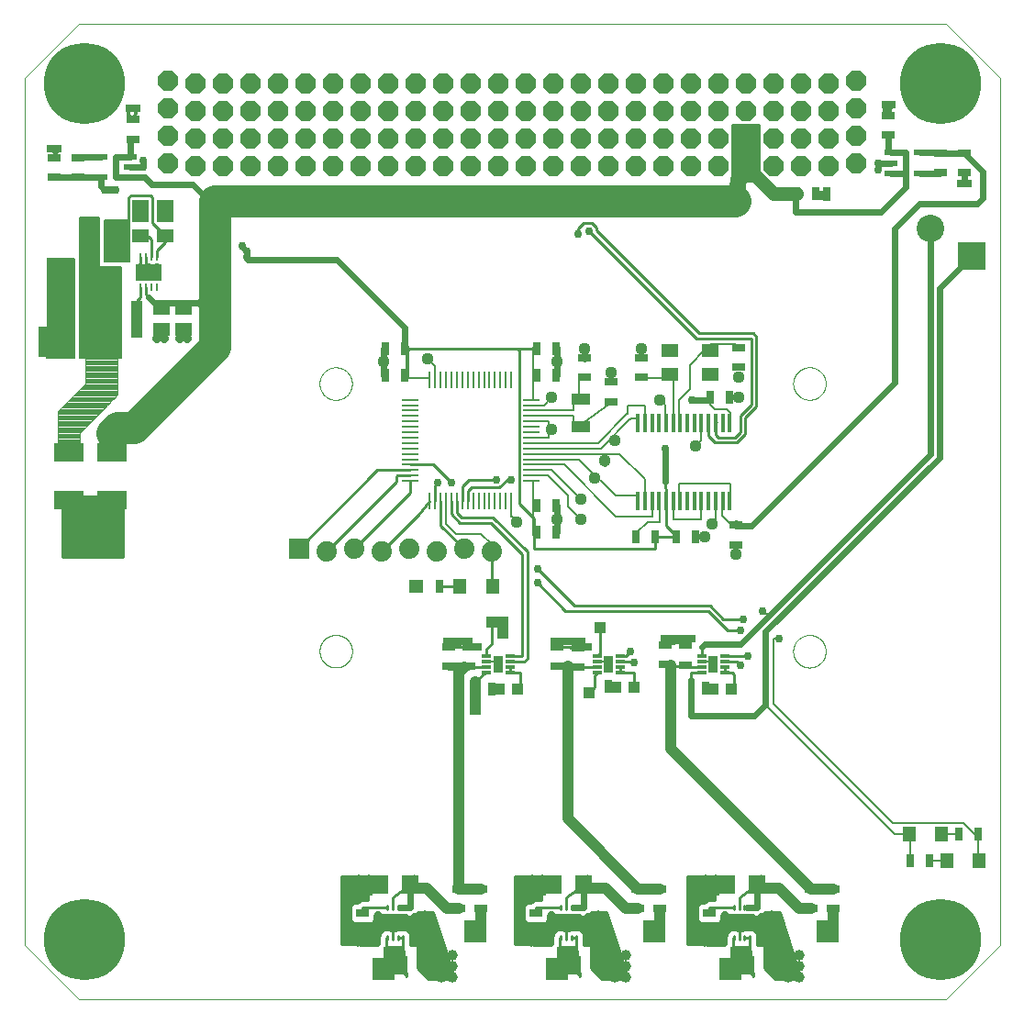
<source format=gtl>
G75*
%MOIN*%
%OFA0B0*%
%FSLAX25Y25*%
%IPPOS*%
%LPD*%
%AMOC8*
5,1,8,0,0,1.08239X$1,22.5*
%
%ADD10R,0.03937X0.04331*%
%ADD11R,0.03268X0.01181*%
%ADD12R,0.03543X0.06299*%
%ADD13OC8,0.07400*%
%ADD14C,0.00000*%
%ADD15C,0.29528*%
%ADD16R,0.10000X0.10000*%
%ADD17C,0.10000*%
%ADD18R,0.04724X0.03150*%
%ADD19R,0.00984X0.06102*%
%ADD20R,0.06102X0.00984*%
%ADD21R,0.01575X0.06890*%
%ADD22R,0.07087X0.03937*%
%ADD23R,0.03150X0.04724*%
%ADD24C,0.00800*%
%ADD25C,0.04400*%
%ADD26C,0.02400*%
%ADD27R,0.06299X0.04921*%
%ADD28R,0.03937X0.00984*%
%ADD29R,0.00984X0.03937*%
%ADD30R,0.07400X0.07400*%
%ADD31C,0.07400*%
%ADD32R,0.04724X0.02362*%
%ADD33R,0.04724X0.05512*%
%ADD34R,0.09370X0.06496*%
%ADD35R,0.00984X0.02756*%
%ADD36R,0.05906X0.05118*%
%ADD37R,0.03858X0.13386*%
%ADD38R,0.05118X0.05906*%
%ADD39R,0.06299X0.07087*%
%ADD40C,0.00945*%
%ADD41C,0.00504*%
%ADD42R,0.10630X0.07087*%
%ADD43R,0.02781X0.02781*%
%ADD44R,0.02800X0.02800*%
%ADD45C,0.00600*%
%ADD46C,0.01000*%
%ADD47R,0.02978X0.02978*%
%ADD48C,0.02000*%
%ADD49C,0.02978*%
%ADD50C,0.01200*%
%ADD51OC8,0.03175*%
%ADD52R,0.03175X0.03175*%
%ADD53C,0.03962*%
%ADD54C,0.02781*%
%ADD55R,0.03962X0.03962*%
%ADD56C,0.05000*%
%ADD57C,0.06000*%
%ADD58C,0.11811*%
%ADD59C,0.03000*%
%ADD60C,0.04000*%
%ADD61C,0.00394*%
%ADD62C,0.01181*%
D10*
X0213050Y0114988D03*
X0219743Y0114988D03*
X0255320Y0115759D03*
X0262013Y0115759D03*
X0290667Y0115205D03*
X0297360Y0115205D03*
D11*
X0294901Y0121047D03*
X0294901Y0123016D03*
X0294901Y0124984D03*
X0294901Y0126953D03*
X0286515Y0126953D03*
X0286515Y0124984D03*
X0286515Y0123016D03*
X0286515Y0121047D03*
X0256901Y0121047D03*
X0256901Y0123016D03*
X0256901Y0124984D03*
X0256901Y0126953D03*
X0248515Y0126953D03*
X0248515Y0124984D03*
X0248515Y0123016D03*
X0248515Y0121047D03*
X0216801Y0121147D03*
X0216801Y0123116D03*
X0216801Y0125084D03*
X0216801Y0127053D03*
X0208415Y0127053D03*
X0208415Y0125084D03*
X0208415Y0123116D03*
X0208415Y0121147D03*
D12*
X0212608Y0124100D03*
X0252708Y0124000D03*
X0290708Y0124000D03*
D13*
X0292608Y0304912D03*
X0302608Y0304912D03*
X0302608Y0314912D03*
X0292608Y0314912D03*
X0282608Y0314912D03*
X0272608Y0314912D03*
X0262608Y0314912D03*
X0252608Y0314912D03*
X0242608Y0314912D03*
X0232608Y0314912D03*
X0222608Y0314912D03*
X0212608Y0314912D03*
X0202608Y0314912D03*
X0192608Y0314912D03*
X0182608Y0314912D03*
X0172608Y0314912D03*
X0162608Y0314912D03*
X0152608Y0314912D03*
X0142608Y0314912D03*
X0132608Y0314912D03*
X0122608Y0314912D03*
X0112608Y0314912D03*
X0102608Y0314912D03*
X0092608Y0315912D03*
X0092608Y0325912D03*
X0102608Y0324912D03*
X0102608Y0334912D03*
X0092608Y0335912D03*
X0112608Y0334912D03*
X0112608Y0324912D03*
X0122608Y0324912D03*
X0122608Y0334912D03*
X0132608Y0334912D03*
X0132608Y0324912D03*
X0142608Y0324912D03*
X0142608Y0334912D03*
X0152608Y0334912D03*
X0152608Y0324912D03*
X0162608Y0324912D03*
X0162608Y0334912D03*
X0172608Y0334912D03*
X0172608Y0324912D03*
X0182608Y0324912D03*
X0182608Y0334912D03*
X0192608Y0334912D03*
X0192608Y0324912D03*
X0202608Y0324912D03*
X0202608Y0334912D03*
X0212608Y0334912D03*
X0212608Y0324912D03*
X0222608Y0324912D03*
X0222608Y0334912D03*
X0232608Y0334912D03*
X0232608Y0324912D03*
X0242608Y0324912D03*
X0242608Y0334912D03*
X0252608Y0334912D03*
X0252608Y0324912D03*
X0262608Y0324912D03*
X0262608Y0334912D03*
X0272608Y0334912D03*
X0272608Y0324912D03*
X0282608Y0324912D03*
X0282608Y0334912D03*
X0292608Y0334912D03*
X0292608Y0324912D03*
X0302608Y0324912D03*
X0302608Y0334912D03*
X0312608Y0334912D03*
X0312608Y0324912D03*
X0322608Y0324912D03*
X0322608Y0334912D03*
X0332608Y0334912D03*
X0332608Y0324912D03*
X0342608Y0325912D03*
X0342608Y0335912D03*
X0342608Y0315912D03*
X0332608Y0314912D03*
X0322608Y0314912D03*
X0312608Y0314912D03*
X0312608Y0304912D03*
X0322608Y0304912D03*
X0332608Y0304912D03*
X0342608Y0305912D03*
X0282608Y0304912D03*
X0272608Y0304912D03*
X0262608Y0304912D03*
X0252608Y0304912D03*
X0242608Y0304912D03*
X0232608Y0304912D03*
X0222608Y0304912D03*
X0212608Y0304912D03*
X0202608Y0304912D03*
X0192608Y0304912D03*
X0182608Y0304912D03*
X0172608Y0304912D03*
X0162608Y0304912D03*
X0152608Y0304912D03*
X0142608Y0304912D03*
X0132608Y0304912D03*
X0122608Y0304912D03*
X0112608Y0304912D03*
X0102608Y0304912D03*
X0092608Y0305912D03*
D14*
X0040443Y0336880D02*
X0040443Y0021920D01*
X0060128Y0002235D01*
X0375089Y0002235D01*
X0394774Y0021920D01*
X0394774Y0336880D01*
X0375089Y0356565D01*
X0060128Y0356565D01*
X0040443Y0336880D01*
X0147652Y0226010D02*
X0147654Y0226163D01*
X0147660Y0226317D01*
X0147670Y0226470D01*
X0147684Y0226622D01*
X0147702Y0226775D01*
X0147724Y0226926D01*
X0147749Y0227077D01*
X0147779Y0227228D01*
X0147813Y0227378D01*
X0147850Y0227526D01*
X0147891Y0227674D01*
X0147936Y0227820D01*
X0147985Y0227966D01*
X0148038Y0228110D01*
X0148094Y0228252D01*
X0148154Y0228393D01*
X0148218Y0228533D01*
X0148285Y0228671D01*
X0148356Y0228807D01*
X0148431Y0228941D01*
X0148508Y0229073D01*
X0148590Y0229203D01*
X0148674Y0229331D01*
X0148762Y0229457D01*
X0148853Y0229580D01*
X0148947Y0229701D01*
X0149045Y0229819D01*
X0149145Y0229935D01*
X0149249Y0230048D01*
X0149355Y0230159D01*
X0149464Y0230267D01*
X0149576Y0230372D01*
X0149690Y0230473D01*
X0149808Y0230572D01*
X0149927Y0230668D01*
X0150049Y0230761D01*
X0150174Y0230850D01*
X0150301Y0230937D01*
X0150430Y0231019D01*
X0150561Y0231099D01*
X0150694Y0231175D01*
X0150829Y0231248D01*
X0150966Y0231317D01*
X0151105Y0231382D01*
X0151245Y0231444D01*
X0151387Y0231502D01*
X0151530Y0231557D01*
X0151675Y0231608D01*
X0151821Y0231655D01*
X0151968Y0231698D01*
X0152116Y0231737D01*
X0152265Y0231773D01*
X0152415Y0231804D01*
X0152566Y0231832D01*
X0152717Y0231856D01*
X0152870Y0231876D01*
X0153022Y0231892D01*
X0153175Y0231904D01*
X0153328Y0231912D01*
X0153481Y0231916D01*
X0153635Y0231916D01*
X0153788Y0231912D01*
X0153941Y0231904D01*
X0154094Y0231892D01*
X0154246Y0231876D01*
X0154399Y0231856D01*
X0154550Y0231832D01*
X0154701Y0231804D01*
X0154851Y0231773D01*
X0155000Y0231737D01*
X0155148Y0231698D01*
X0155295Y0231655D01*
X0155441Y0231608D01*
X0155586Y0231557D01*
X0155729Y0231502D01*
X0155871Y0231444D01*
X0156011Y0231382D01*
X0156150Y0231317D01*
X0156287Y0231248D01*
X0156422Y0231175D01*
X0156555Y0231099D01*
X0156686Y0231019D01*
X0156815Y0230937D01*
X0156942Y0230850D01*
X0157067Y0230761D01*
X0157189Y0230668D01*
X0157308Y0230572D01*
X0157426Y0230473D01*
X0157540Y0230372D01*
X0157652Y0230267D01*
X0157761Y0230159D01*
X0157867Y0230048D01*
X0157971Y0229935D01*
X0158071Y0229819D01*
X0158169Y0229701D01*
X0158263Y0229580D01*
X0158354Y0229457D01*
X0158442Y0229331D01*
X0158526Y0229203D01*
X0158608Y0229073D01*
X0158685Y0228941D01*
X0158760Y0228807D01*
X0158831Y0228671D01*
X0158898Y0228533D01*
X0158962Y0228393D01*
X0159022Y0228252D01*
X0159078Y0228110D01*
X0159131Y0227966D01*
X0159180Y0227820D01*
X0159225Y0227674D01*
X0159266Y0227526D01*
X0159303Y0227378D01*
X0159337Y0227228D01*
X0159367Y0227077D01*
X0159392Y0226926D01*
X0159414Y0226775D01*
X0159432Y0226622D01*
X0159446Y0226470D01*
X0159456Y0226317D01*
X0159462Y0226163D01*
X0159464Y0226010D01*
X0159462Y0225857D01*
X0159456Y0225703D01*
X0159446Y0225550D01*
X0159432Y0225398D01*
X0159414Y0225245D01*
X0159392Y0225094D01*
X0159367Y0224943D01*
X0159337Y0224792D01*
X0159303Y0224642D01*
X0159266Y0224494D01*
X0159225Y0224346D01*
X0159180Y0224200D01*
X0159131Y0224054D01*
X0159078Y0223910D01*
X0159022Y0223768D01*
X0158962Y0223627D01*
X0158898Y0223487D01*
X0158831Y0223349D01*
X0158760Y0223213D01*
X0158685Y0223079D01*
X0158608Y0222947D01*
X0158526Y0222817D01*
X0158442Y0222689D01*
X0158354Y0222563D01*
X0158263Y0222440D01*
X0158169Y0222319D01*
X0158071Y0222201D01*
X0157971Y0222085D01*
X0157867Y0221972D01*
X0157761Y0221861D01*
X0157652Y0221753D01*
X0157540Y0221648D01*
X0157426Y0221547D01*
X0157308Y0221448D01*
X0157189Y0221352D01*
X0157067Y0221259D01*
X0156942Y0221170D01*
X0156815Y0221083D01*
X0156686Y0221001D01*
X0156555Y0220921D01*
X0156422Y0220845D01*
X0156287Y0220772D01*
X0156150Y0220703D01*
X0156011Y0220638D01*
X0155871Y0220576D01*
X0155729Y0220518D01*
X0155586Y0220463D01*
X0155441Y0220412D01*
X0155295Y0220365D01*
X0155148Y0220322D01*
X0155000Y0220283D01*
X0154851Y0220247D01*
X0154701Y0220216D01*
X0154550Y0220188D01*
X0154399Y0220164D01*
X0154246Y0220144D01*
X0154094Y0220128D01*
X0153941Y0220116D01*
X0153788Y0220108D01*
X0153635Y0220104D01*
X0153481Y0220104D01*
X0153328Y0220108D01*
X0153175Y0220116D01*
X0153022Y0220128D01*
X0152870Y0220144D01*
X0152717Y0220164D01*
X0152566Y0220188D01*
X0152415Y0220216D01*
X0152265Y0220247D01*
X0152116Y0220283D01*
X0151968Y0220322D01*
X0151821Y0220365D01*
X0151675Y0220412D01*
X0151530Y0220463D01*
X0151387Y0220518D01*
X0151245Y0220576D01*
X0151105Y0220638D01*
X0150966Y0220703D01*
X0150829Y0220772D01*
X0150694Y0220845D01*
X0150561Y0220921D01*
X0150430Y0221001D01*
X0150301Y0221083D01*
X0150174Y0221170D01*
X0150049Y0221259D01*
X0149927Y0221352D01*
X0149808Y0221448D01*
X0149690Y0221547D01*
X0149576Y0221648D01*
X0149464Y0221753D01*
X0149355Y0221861D01*
X0149249Y0221972D01*
X0149145Y0222085D01*
X0149045Y0222201D01*
X0148947Y0222319D01*
X0148853Y0222440D01*
X0148762Y0222563D01*
X0148674Y0222689D01*
X0148590Y0222817D01*
X0148508Y0222947D01*
X0148431Y0223079D01*
X0148356Y0223213D01*
X0148285Y0223349D01*
X0148218Y0223487D01*
X0148154Y0223627D01*
X0148094Y0223768D01*
X0148038Y0223910D01*
X0147985Y0224054D01*
X0147936Y0224200D01*
X0147891Y0224346D01*
X0147850Y0224494D01*
X0147813Y0224642D01*
X0147779Y0224792D01*
X0147749Y0224943D01*
X0147724Y0225094D01*
X0147702Y0225245D01*
X0147684Y0225398D01*
X0147670Y0225550D01*
X0147660Y0225703D01*
X0147654Y0225857D01*
X0147652Y0226010D01*
X0147682Y0128800D02*
X0147684Y0128953D01*
X0147690Y0129107D01*
X0147700Y0129260D01*
X0147714Y0129412D01*
X0147732Y0129565D01*
X0147754Y0129716D01*
X0147779Y0129867D01*
X0147809Y0130018D01*
X0147843Y0130168D01*
X0147880Y0130316D01*
X0147921Y0130464D01*
X0147966Y0130610D01*
X0148015Y0130756D01*
X0148068Y0130900D01*
X0148124Y0131042D01*
X0148184Y0131183D01*
X0148248Y0131323D01*
X0148315Y0131461D01*
X0148386Y0131597D01*
X0148461Y0131731D01*
X0148538Y0131863D01*
X0148620Y0131993D01*
X0148704Y0132121D01*
X0148792Y0132247D01*
X0148883Y0132370D01*
X0148977Y0132491D01*
X0149075Y0132609D01*
X0149175Y0132725D01*
X0149279Y0132838D01*
X0149385Y0132949D01*
X0149494Y0133057D01*
X0149606Y0133162D01*
X0149720Y0133263D01*
X0149838Y0133362D01*
X0149957Y0133458D01*
X0150079Y0133551D01*
X0150204Y0133640D01*
X0150331Y0133727D01*
X0150460Y0133809D01*
X0150591Y0133889D01*
X0150724Y0133965D01*
X0150859Y0134038D01*
X0150996Y0134107D01*
X0151135Y0134172D01*
X0151275Y0134234D01*
X0151417Y0134292D01*
X0151560Y0134347D01*
X0151705Y0134398D01*
X0151851Y0134445D01*
X0151998Y0134488D01*
X0152146Y0134527D01*
X0152295Y0134563D01*
X0152445Y0134594D01*
X0152596Y0134622D01*
X0152747Y0134646D01*
X0152900Y0134666D01*
X0153052Y0134682D01*
X0153205Y0134694D01*
X0153358Y0134702D01*
X0153511Y0134706D01*
X0153665Y0134706D01*
X0153818Y0134702D01*
X0153971Y0134694D01*
X0154124Y0134682D01*
X0154276Y0134666D01*
X0154429Y0134646D01*
X0154580Y0134622D01*
X0154731Y0134594D01*
X0154881Y0134563D01*
X0155030Y0134527D01*
X0155178Y0134488D01*
X0155325Y0134445D01*
X0155471Y0134398D01*
X0155616Y0134347D01*
X0155759Y0134292D01*
X0155901Y0134234D01*
X0156041Y0134172D01*
X0156180Y0134107D01*
X0156317Y0134038D01*
X0156452Y0133965D01*
X0156585Y0133889D01*
X0156716Y0133809D01*
X0156845Y0133727D01*
X0156972Y0133640D01*
X0157097Y0133551D01*
X0157219Y0133458D01*
X0157338Y0133362D01*
X0157456Y0133263D01*
X0157570Y0133162D01*
X0157682Y0133057D01*
X0157791Y0132949D01*
X0157897Y0132838D01*
X0158001Y0132725D01*
X0158101Y0132609D01*
X0158199Y0132491D01*
X0158293Y0132370D01*
X0158384Y0132247D01*
X0158472Y0132121D01*
X0158556Y0131993D01*
X0158638Y0131863D01*
X0158715Y0131731D01*
X0158790Y0131597D01*
X0158861Y0131461D01*
X0158928Y0131323D01*
X0158992Y0131183D01*
X0159052Y0131042D01*
X0159108Y0130900D01*
X0159161Y0130756D01*
X0159210Y0130610D01*
X0159255Y0130464D01*
X0159296Y0130316D01*
X0159333Y0130168D01*
X0159367Y0130018D01*
X0159397Y0129867D01*
X0159422Y0129716D01*
X0159444Y0129565D01*
X0159462Y0129412D01*
X0159476Y0129260D01*
X0159486Y0129107D01*
X0159492Y0128953D01*
X0159494Y0128800D01*
X0159492Y0128647D01*
X0159486Y0128493D01*
X0159476Y0128340D01*
X0159462Y0128188D01*
X0159444Y0128035D01*
X0159422Y0127884D01*
X0159397Y0127733D01*
X0159367Y0127582D01*
X0159333Y0127432D01*
X0159296Y0127284D01*
X0159255Y0127136D01*
X0159210Y0126990D01*
X0159161Y0126844D01*
X0159108Y0126700D01*
X0159052Y0126558D01*
X0158992Y0126417D01*
X0158928Y0126277D01*
X0158861Y0126139D01*
X0158790Y0126003D01*
X0158715Y0125869D01*
X0158638Y0125737D01*
X0158556Y0125607D01*
X0158472Y0125479D01*
X0158384Y0125353D01*
X0158293Y0125230D01*
X0158199Y0125109D01*
X0158101Y0124991D01*
X0158001Y0124875D01*
X0157897Y0124762D01*
X0157791Y0124651D01*
X0157682Y0124543D01*
X0157570Y0124438D01*
X0157456Y0124337D01*
X0157338Y0124238D01*
X0157219Y0124142D01*
X0157097Y0124049D01*
X0156972Y0123960D01*
X0156845Y0123873D01*
X0156716Y0123791D01*
X0156585Y0123711D01*
X0156452Y0123635D01*
X0156317Y0123562D01*
X0156180Y0123493D01*
X0156041Y0123428D01*
X0155901Y0123366D01*
X0155759Y0123308D01*
X0155616Y0123253D01*
X0155471Y0123202D01*
X0155325Y0123155D01*
X0155178Y0123112D01*
X0155030Y0123073D01*
X0154881Y0123037D01*
X0154731Y0123006D01*
X0154580Y0122978D01*
X0154429Y0122954D01*
X0154276Y0122934D01*
X0154124Y0122918D01*
X0153971Y0122906D01*
X0153818Y0122898D01*
X0153665Y0122894D01*
X0153511Y0122894D01*
X0153358Y0122898D01*
X0153205Y0122906D01*
X0153052Y0122918D01*
X0152900Y0122934D01*
X0152747Y0122954D01*
X0152596Y0122978D01*
X0152445Y0123006D01*
X0152295Y0123037D01*
X0152146Y0123073D01*
X0151998Y0123112D01*
X0151851Y0123155D01*
X0151705Y0123202D01*
X0151560Y0123253D01*
X0151417Y0123308D01*
X0151275Y0123366D01*
X0151135Y0123428D01*
X0150996Y0123493D01*
X0150859Y0123562D01*
X0150724Y0123635D01*
X0150591Y0123711D01*
X0150460Y0123791D01*
X0150331Y0123873D01*
X0150204Y0123960D01*
X0150079Y0124049D01*
X0149957Y0124142D01*
X0149838Y0124238D01*
X0149720Y0124337D01*
X0149606Y0124438D01*
X0149494Y0124543D01*
X0149385Y0124651D01*
X0149279Y0124762D01*
X0149175Y0124875D01*
X0149075Y0124991D01*
X0148977Y0125109D01*
X0148883Y0125230D01*
X0148792Y0125353D01*
X0148704Y0125479D01*
X0148620Y0125607D01*
X0148538Y0125737D01*
X0148461Y0125869D01*
X0148386Y0126003D01*
X0148315Y0126139D01*
X0148248Y0126277D01*
X0148184Y0126417D01*
X0148124Y0126558D01*
X0148068Y0126700D01*
X0148015Y0126844D01*
X0147966Y0126990D01*
X0147921Y0127136D01*
X0147880Y0127284D01*
X0147843Y0127432D01*
X0147809Y0127582D01*
X0147779Y0127733D01*
X0147754Y0127884D01*
X0147732Y0128035D01*
X0147714Y0128188D01*
X0147700Y0128340D01*
X0147690Y0128493D01*
X0147684Y0128647D01*
X0147682Y0128800D01*
X0319722Y0128770D02*
X0319724Y0128923D01*
X0319730Y0129077D01*
X0319740Y0129230D01*
X0319754Y0129382D01*
X0319772Y0129535D01*
X0319794Y0129686D01*
X0319819Y0129837D01*
X0319849Y0129988D01*
X0319883Y0130138D01*
X0319920Y0130286D01*
X0319961Y0130434D01*
X0320006Y0130580D01*
X0320055Y0130726D01*
X0320108Y0130870D01*
X0320164Y0131012D01*
X0320224Y0131153D01*
X0320288Y0131293D01*
X0320355Y0131431D01*
X0320426Y0131567D01*
X0320501Y0131701D01*
X0320578Y0131833D01*
X0320660Y0131963D01*
X0320744Y0132091D01*
X0320832Y0132217D01*
X0320923Y0132340D01*
X0321017Y0132461D01*
X0321115Y0132579D01*
X0321215Y0132695D01*
X0321319Y0132808D01*
X0321425Y0132919D01*
X0321534Y0133027D01*
X0321646Y0133132D01*
X0321760Y0133233D01*
X0321878Y0133332D01*
X0321997Y0133428D01*
X0322119Y0133521D01*
X0322244Y0133610D01*
X0322371Y0133697D01*
X0322500Y0133779D01*
X0322631Y0133859D01*
X0322764Y0133935D01*
X0322899Y0134008D01*
X0323036Y0134077D01*
X0323175Y0134142D01*
X0323315Y0134204D01*
X0323457Y0134262D01*
X0323600Y0134317D01*
X0323745Y0134368D01*
X0323891Y0134415D01*
X0324038Y0134458D01*
X0324186Y0134497D01*
X0324335Y0134533D01*
X0324485Y0134564D01*
X0324636Y0134592D01*
X0324787Y0134616D01*
X0324940Y0134636D01*
X0325092Y0134652D01*
X0325245Y0134664D01*
X0325398Y0134672D01*
X0325551Y0134676D01*
X0325705Y0134676D01*
X0325858Y0134672D01*
X0326011Y0134664D01*
X0326164Y0134652D01*
X0326316Y0134636D01*
X0326469Y0134616D01*
X0326620Y0134592D01*
X0326771Y0134564D01*
X0326921Y0134533D01*
X0327070Y0134497D01*
X0327218Y0134458D01*
X0327365Y0134415D01*
X0327511Y0134368D01*
X0327656Y0134317D01*
X0327799Y0134262D01*
X0327941Y0134204D01*
X0328081Y0134142D01*
X0328220Y0134077D01*
X0328357Y0134008D01*
X0328492Y0133935D01*
X0328625Y0133859D01*
X0328756Y0133779D01*
X0328885Y0133697D01*
X0329012Y0133610D01*
X0329137Y0133521D01*
X0329259Y0133428D01*
X0329378Y0133332D01*
X0329496Y0133233D01*
X0329610Y0133132D01*
X0329722Y0133027D01*
X0329831Y0132919D01*
X0329937Y0132808D01*
X0330041Y0132695D01*
X0330141Y0132579D01*
X0330239Y0132461D01*
X0330333Y0132340D01*
X0330424Y0132217D01*
X0330512Y0132091D01*
X0330596Y0131963D01*
X0330678Y0131833D01*
X0330755Y0131701D01*
X0330830Y0131567D01*
X0330901Y0131431D01*
X0330968Y0131293D01*
X0331032Y0131153D01*
X0331092Y0131012D01*
X0331148Y0130870D01*
X0331201Y0130726D01*
X0331250Y0130580D01*
X0331295Y0130434D01*
X0331336Y0130286D01*
X0331373Y0130138D01*
X0331407Y0129988D01*
X0331437Y0129837D01*
X0331462Y0129686D01*
X0331484Y0129535D01*
X0331502Y0129382D01*
X0331516Y0129230D01*
X0331526Y0129077D01*
X0331532Y0128923D01*
X0331534Y0128770D01*
X0331532Y0128617D01*
X0331526Y0128463D01*
X0331516Y0128310D01*
X0331502Y0128158D01*
X0331484Y0128005D01*
X0331462Y0127854D01*
X0331437Y0127703D01*
X0331407Y0127552D01*
X0331373Y0127402D01*
X0331336Y0127254D01*
X0331295Y0127106D01*
X0331250Y0126960D01*
X0331201Y0126814D01*
X0331148Y0126670D01*
X0331092Y0126528D01*
X0331032Y0126387D01*
X0330968Y0126247D01*
X0330901Y0126109D01*
X0330830Y0125973D01*
X0330755Y0125839D01*
X0330678Y0125707D01*
X0330596Y0125577D01*
X0330512Y0125449D01*
X0330424Y0125323D01*
X0330333Y0125200D01*
X0330239Y0125079D01*
X0330141Y0124961D01*
X0330041Y0124845D01*
X0329937Y0124732D01*
X0329831Y0124621D01*
X0329722Y0124513D01*
X0329610Y0124408D01*
X0329496Y0124307D01*
X0329378Y0124208D01*
X0329259Y0124112D01*
X0329137Y0124019D01*
X0329012Y0123930D01*
X0328885Y0123843D01*
X0328756Y0123761D01*
X0328625Y0123681D01*
X0328492Y0123605D01*
X0328357Y0123532D01*
X0328220Y0123463D01*
X0328081Y0123398D01*
X0327941Y0123336D01*
X0327799Y0123278D01*
X0327656Y0123223D01*
X0327511Y0123172D01*
X0327365Y0123125D01*
X0327218Y0123082D01*
X0327070Y0123043D01*
X0326921Y0123007D01*
X0326771Y0122976D01*
X0326620Y0122948D01*
X0326469Y0122924D01*
X0326316Y0122904D01*
X0326164Y0122888D01*
X0326011Y0122876D01*
X0325858Y0122868D01*
X0325705Y0122864D01*
X0325551Y0122864D01*
X0325398Y0122868D01*
X0325245Y0122876D01*
X0325092Y0122888D01*
X0324940Y0122904D01*
X0324787Y0122924D01*
X0324636Y0122948D01*
X0324485Y0122976D01*
X0324335Y0123007D01*
X0324186Y0123043D01*
X0324038Y0123082D01*
X0323891Y0123125D01*
X0323745Y0123172D01*
X0323600Y0123223D01*
X0323457Y0123278D01*
X0323315Y0123336D01*
X0323175Y0123398D01*
X0323036Y0123463D01*
X0322899Y0123532D01*
X0322764Y0123605D01*
X0322631Y0123681D01*
X0322500Y0123761D01*
X0322371Y0123843D01*
X0322244Y0123930D01*
X0322119Y0124019D01*
X0321997Y0124112D01*
X0321878Y0124208D01*
X0321760Y0124307D01*
X0321646Y0124408D01*
X0321534Y0124513D01*
X0321425Y0124621D01*
X0321319Y0124732D01*
X0321215Y0124845D01*
X0321115Y0124961D01*
X0321017Y0125079D01*
X0320923Y0125200D01*
X0320832Y0125323D01*
X0320744Y0125449D01*
X0320660Y0125577D01*
X0320578Y0125707D01*
X0320501Y0125839D01*
X0320426Y0125973D01*
X0320355Y0126109D01*
X0320288Y0126247D01*
X0320224Y0126387D01*
X0320164Y0126528D01*
X0320108Y0126670D01*
X0320055Y0126814D01*
X0320006Y0126960D01*
X0319961Y0127106D01*
X0319920Y0127254D01*
X0319883Y0127402D01*
X0319849Y0127552D01*
X0319819Y0127703D01*
X0319794Y0127854D01*
X0319772Y0128005D01*
X0319754Y0128158D01*
X0319740Y0128310D01*
X0319730Y0128463D01*
X0319724Y0128617D01*
X0319722Y0128770D01*
X0319722Y0226030D02*
X0319724Y0226183D01*
X0319730Y0226337D01*
X0319740Y0226490D01*
X0319754Y0226642D01*
X0319772Y0226795D01*
X0319794Y0226946D01*
X0319819Y0227097D01*
X0319849Y0227248D01*
X0319883Y0227398D01*
X0319920Y0227546D01*
X0319961Y0227694D01*
X0320006Y0227840D01*
X0320055Y0227986D01*
X0320108Y0228130D01*
X0320164Y0228272D01*
X0320224Y0228413D01*
X0320288Y0228553D01*
X0320355Y0228691D01*
X0320426Y0228827D01*
X0320501Y0228961D01*
X0320578Y0229093D01*
X0320660Y0229223D01*
X0320744Y0229351D01*
X0320832Y0229477D01*
X0320923Y0229600D01*
X0321017Y0229721D01*
X0321115Y0229839D01*
X0321215Y0229955D01*
X0321319Y0230068D01*
X0321425Y0230179D01*
X0321534Y0230287D01*
X0321646Y0230392D01*
X0321760Y0230493D01*
X0321878Y0230592D01*
X0321997Y0230688D01*
X0322119Y0230781D01*
X0322244Y0230870D01*
X0322371Y0230957D01*
X0322500Y0231039D01*
X0322631Y0231119D01*
X0322764Y0231195D01*
X0322899Y0231268D01*
X0323036Y0231337D01*
X0323175Y0231402D01*
X0323315Y0231464D01*
X0323457Y0231522D01*
X0323600Y0231577D01*
X0323745Y0231628D01*
X0323891Y0231675D01*
X0324038Y0231718D01*
X0324186Y0231757D01*
X0324335Y0231793D01*
X0324485Y0231824D01*
X0324636Y0231852D01*
X0324787Y0231876D01*
X0324940Y0231896D01*
X0325092Y0231912D01*
X0325245Y0231924D01*
X0325398Y0231932D01*
X0325551Y0231936D01*
X0325705Y0231936D01*
X0325858Y0231932D01*
X0326011Y0231924D01*
X0326164Y0231912D01*
X0326316Y0231896D01*
X0326469Y0231876D01*
X0326620Y0231852D01*
X0326771Y0231824D01*
X0326921Y0231793D01*
X0327070Y0231757D01*
X0327218Y0231718D01*
X0327365Y0231675D01*
X0327511Y0231628D01*
X0327656Y0231577D01*
X0327799Y0231522D01*
X0327941Y0231464D01*
X0328081Y0231402D01*
X0328220Y0231337D01*
X0328357Y0231268D01*
X0328492Y0231195D01*
X0328625Y0231119D01*
X0328756Y0231039D01*
X0328885Y0230957D01*
X0329012Y0230870D01*
X0329137Y0230781D01*
X0329259Y0230688D01*
X0329378Y0230592D01*
X0329496Y0230493D01*
X0329610Y0230392D01*
X0329722Y0230287D01*
X0329831Y0230179D01*
X0329937Y0230068D01*
X0330041Y0229955D01*
X0330141Y0229839D01*
X0330239Y0229721D01*
X0330333Y0229600D01*
X0330424Y0229477D01*
X0330512Y0229351D01*
X0330596Y0229223D01*
X0330678Y0229093D01*
X0330755Y0228961D01*
X0330830Y0228827D01*
X0330901Y0228691D01*
X0330968Y0228553D01*
X0331032Y0228413D01*
X0331092Y0228272D01*
X0331148Y0228130D01*
X0331201Y0227986D01*
X0331250Y0227840D01*
X0331295Y0227694D01*
X0331336Y0227546D01*
X0331373Y0227398D01*
X0331407Y0227248D01*
X0331437Y0227097D01*
X0331462Y0226946D01*
X0331484Y0226795D01*
X0331502Y0226642D01*
X0331516Y0226490D01*
X0331526Y0226337D01*
X0331532Y0226183D01*
X0331534Y0226030D01*
X0331532Y0225877D01*
X0331526Y0225723D01*
X0331516Y0225570D01*
X0331502Y0225418D01*
X0331484Y0225265D01*
X0331462Y0225114D01*
X0331437Y0224963D01*
X0331407Y0224812D01*
X0331373Y0224662D01*
X0331336Y0224514D01*
X0331295Y0224366D01*
X0331250Y0224220D01*
X0331201Y0224074D01*
X0331148Y0223930D01*
X0331092Y0223788D01*
X0331032Y0223647D01*
X0330968Y0223507D01*
X0330901Y0223369D01*
X0330830Y0223233D01*
X0330755Y0223099D01*
X0330678Y0222967D01*
X0330596Y0222837D01*
X0330512Y0222709D01*
X0330424Y0222583D01*
X0330333Y0222460D01*
X0330239Y0222339D01*
X0330141Y0222221D01*
X0330041Y0222105D01*
X0329937Y0221992D01*
X0329831Y0221881D01*
X0329722Y0221773D01*
X0329610Y0221668D01*
X0329496Y0221567D01*
X0329378Y0221468D01*
X0329259Y0221372D01*
X0329137Y0221279D01*
X0329012Y0221190D01*
X0328885Y0221103D01*
X0328756Y0221021D01*
X0328625Y0220941D01*
X0328492Y0220865D01*
X0328357Y0220792D01*
X0328220Y0220723D01*
X0328081Y0220658D01*
X0327941Y0220596D01*
X0327799Y0220538D01*
X0327656Y0220483D01*
X0327511Y0220432D01*
X0327365Y0220385D01*
X0327218Y0220342D01*
X0327070Y0220303D01*
X0326921Y0220267D01*
X0326771Y0220236D01*
X0326620Y0220208D01*
X0326469Y0220184D01*
X0326316Y0220164D01*
X0326164Y0220148D01*
X0326011Y0220136D01*
X0325858Y0220128D01*
X0325705Y0220124D01*
X0325551Y0220124D01*
X0325398Y0220128D01*
X0325245Y0220136D01*
X0325092Y0220148D01*
X0324940Y0220164D01*
X0324787Y0220184D01*
X0324636Y0220208D01*
X0324485Y0220236D01*
X0324335Y0220267D01*
X0324186Y0220303D01*
X0324038Y0220342D01*
X0323891Y0220385D01*
X0323745Y0220432D01*
X0323600Y0220483D01*
X0323457Y0220538D01*
X0323315Y0220596D01*
X0323175Y0220658D01*
X0323036Y0220723D01*
X0322899Y0220792D01*
X0322764Y0220865D01*
X0322631Y0220941D01*
X0322500Y0221021D01*
X0322371Y0221103D01*
X0322244Y0221190D01*
X0322119Y0221279D01*
X0321997Y0221372D01*
X0321878Y0221468D01*
X0321760Y0221567D01*
X0321646Y0221668D01*
X0321534Y0221773D01*
X0321425Y0221881D01*
X0321319Y0221992D01*
X0321215Y0222105D01*
X0321115Y0222221D01*
X0321017Y0222339D01*
X0320923Y0222460D01*
X0320832Y0222583D01*
X0320744Y0222709D01*
X0320660Y0222837D01*
X0320578Y0222967D01*
X0320501Y0223099D01*
X0320426Y0223233D01*
X0320355Y0223369D01*
X0320288Y0223507D01*
X0320224Y0223647D01*
X0320164Y0223788D01*
X0320108Y0223930D01*
X0320055Y0224074D01*
X0320006Y0224220D01*
X0319961Y0224366D01*
X0319920Y0224514D01*
X0319883Y0224662D01*
X0319849Y0224812D01*
X0319819Y0224963D01*
X0319794Y0225114D01*
X0319772Y0225265D01*
X0319754Y0225418D01*
X0319740Y0225570D01*
X0319730Y0225723D01*
X0319724Y0225877D01*
X0319722Y0226030D01*
D15*
X0373120Y0334912D03*
X0062096Y0334912D03*
X0062096Y0023888D03*
X0373120Y0023888D03*
D16*
X0384608Y0272400D03*
D17*
X0369608Y0282400D03*
D18*
X0373108Y0302607D03*
X0373108Y0309693D03*
X0381858Y0309693D03*
X0381858Y0302607D03*
X0354358Y0316357D03*
X0354358Y0323443D03*
X0299949Y0239042D03*
X0299949Y0231955D03*
X0264516Y0235439D03*
X0264516Y0228353D03*
X0253689Y0226581D03*
X0253689Y0219494D03*
X0243847Y0228353D03*
X0243847Y0235439D03*
X0298965Y0174573D03*
X0298965Y0167487D03*
X0280608Y0130943D03*
X0280608Y0123857D03*
X0273299Y0123978D03*
X0273299Y0131065D03*
X0241734Y0130132D03*
X0241734Y0123046D03*
X0233929Y0123378D03*
X0233929Y0130465D03*
X0201808Y0130443D03*
X0201808Y0123357D03*
X0194622Y0123378D03*
X0194622Y0130465D03*
X0198364Y0042439D03*
X0198364Y0035353D03*
X0206238Y0035353D03*
X0206238Y0042439D03*
X0226292Y0033665D03*
X0226292Y0026578D03*
X0263325Y0035353D03*
X0271199Y0035353D03*
X0271199Y0042439D03*
X0263325Y0042439D03*
X0289284Y0033665D03*
X0289284Y0026578D03*
X0326317Y0035353D03*
X0326317Y0042439D03*
X0334191Y0042439D03*
X0334191Y0035353D03*
X0163300Y0033665D03*
X0163300Y0026578D03*
X0059858Y0301107D03*
X0059858Y0308193D03*
X0051108Y0308193D03*
X0051108Y0301107D03*
X0079858Y0314857D03*
X0079858Y0321943D03*
D19*
X0187745Y0227447D03*
X0189713Y0227447D03*
X0191682Y0227447D03*
X0193650Y0227447D03*
X0195619Y0227447D03*
X0197587Y0227447D03*
X0199556Y0227447D03*
X0201524Y0227447D03*
X0203493Y0227447D03*
X0205461Y0227447D03*
X0207430Y0227447D03*
X0209398Y0227447D03*
X0211367Y0227447D03*
X0213335Y0227447D03*
X0215304Y0227447D03*
X0217272Y0227447D03*
X0217272Y0183353D03*
X0215304Y0183353D03*
X0213335Y0183353D03*
X0211367Y0183353D03*
X0209398Y0183353D03*
X0207430Y0183353D03*
X0205461Y0183353D03*
X0203493Y0183353D03*
X0201524Y0183353D03*
X0199556Y0183353D03*
X0197587Y0183353D03*
X0195619Y0183353D03*
X0193650Y0183353D03*
X0191682Y0183353D03*
X0189713Y0183353D03*
X0187745Y0183353D03*
D20*
X0180461Y0190636D03*
X0180461Y0192605D03*
X0180461Y0194573D03*
X0180461Y0196542D03*
X0180461Y0198510D03*
X0180461Y0200479D03*
X0180461Y0202447D03*
X0180461Y0204416D03*
X0180461Y0206384D03*
X0180461Y0208353D03*
X0180461Y0210321D03*
X0180461Y0212290D03*
X0180461Y0214258D03*
X0180461Y0216227D03*
X0180461Y0218195D03*
X0180461Y0220164D03*
X0224556Y0220164D03*
X0224556Y0218195D03*
X0224556Y0216227D03*
X0224556Y0214258D03*
X0224556Y0212290D03*
X0224556Y0210321D03*
X0224556Y0208353D03*
X0224556Y0206384D03*
X0224556Y0204416D03*
X0224556Y0202447D03*
X0224556Y0200479D03*
X0224556Y0198510D03*
X0224556Y0196542D03*
X0224556Y0194573D03*
X0224556Y0192605D03*
X0224556Y0190636D03*
D21*
X0263374Y0183353D03*
X0265933Y0183353D03*
X0268493Y0183353D03*
X0271052Y0183353D03*
X0273611Y0183353D03*
X0276170Y0183353D03*
X0278729Y0183353D03*
X0281288Y0183353D03*
X0283847Y0183353D03*
X0286406Y0183353D03*
X0288965Y0183353D03*
X0291524Y0183353D03*
X0294083Y0183353D03*
X0296642Y0183353D03*
X0296642Y0211699D03*
X0294083Y0211699D03*
X0291524Y0211699D03*
X0288965Y0211699D03*
X0286406Y0211699D03*
X0283847Y0211699D03*
X0281288Y0211699D03*
X0278729Y0211699D03*
X0276170Y0211699D03*
X0273611Y0211699D03*
X0271052Y0211699D03*
X0268493Y0211699D03*
X0265933Y0211699D03*
X0263374Y0211699D03*
D22*
X0242508Y0210479D03*
X0242508Y0220321D03*
D23*
X0233532Y0229022D03*
X0226445Y0229022D03*
X0226445Y0238865D03*
X0233532Y0238865D03*
X0178571Y0238865D03*
X0171485Y0238865D03*
X0171485Y0229022D03*
X0178571Y0229022D03*
X0226445Y0181778D03*
X0233532Y0181778D03*
X0233532Y0171935D03*
X0226445Y0171935D03*
X0262528Y0170459D03*
X0269615Y0170459D03*
X0277134Y0170459D03*
X0284221Y0170459D03*
X0289536Y0221050D03*
X0296622Y0221050D03*
X0320815Y0294900D03*
X0327902Y0294900D03*
X0191152Y0152400D03*
X0184065Y0152400D03*
X0362144Y0052676D03*
X0369230Y0052676D03*
X0379860Y0062518D03*
X0386947Y0062518D03*
D24*
X0385494Y0062518D01*
X0381538Y0066474D01*
X0355826Y0066474D01*
X0312537Y0109762D01*
X0312537Y0133384D01*
X0314506Y0133384D01*
X0311469Y0142327D02*
X0309501Y0142327D01*
X0308600Y0143227D01*
X0296996Y0174888D02*
X0294278Y0177607D01*
X0294044Y0178172D02*
X0294044Y0181778D01*
X0291583Y0183254D02*
X0291583Y0177680D01*
X0290857Y0176130D02*
X0289615Y0174888D01*
X0290856Y0176130D02*
X0290923Y0176194D01*
X0290988Y0176261D01*
X0291049Y0176330D01*
X0291108Y0176401D01*
X0291163Y0176475D01*
X0291216Y0176551D01*
X0291265Y0176629D01*
X0291311Y0176709D01*
X0291354Y0176791D01*
X0291393Y0176875D01*
X0291429Y0176960D01*
X0291461Y0177047D01*
X0291489Y0177135D01*
X0291514Y0177224D01*
X0291535Y0177314D01*
X0291553Y0177405D01*
X0291567Y0177496D01*
X0291577Y0177588D01*
X0291583Y0177680D01*
X0294044Y0178172D02*
X0294046Y0178120D01*
X0294051Y0178068D01*
X0294059Y0178016D01*
X0294071Y0177965D01*
X0294086Y0177915D01*
X0294105Y0177866D01*
X0294127Y0177818D01*
X0294151Y0177772D01*
X0294179Y0177728D01*
X0294209Y0177685D01*
X0294243Y0177645D01*
X0294278Y0177606D01*
X0296996Y0181778D02*
X0296996Y0189652D01*
X0278296Y0189652D01*
X0278296Y0183746D01*
X0276327Y0181778D02*
X0276327Y0176857D01*
X0286170Y0176857D01*
X0286170Y0181778D01*
X0273867Y0181286D02*
X0273867Y0174396D01*
X0276819Y0171443D01*
X0276819Y0170459D02*
X0268945Y0170459D01*
X0266977Y0175872D02*
X0263040Y0171935D01*
X0266977Y0175872D02*
X0271406Y0175872D01*
X0271406Y0180794D01*
X0268453Y0180794D02*
X0268453Y0177841D01*
X0255205Y0177841D01*
X0236504Y0196542D01*
X0224162Y0196542D01*
X0223670Y0198510D02*
X0241878Y0198510D01*
X0255166Y0185223D01*
X0263532Y0185223D01*
X0265750Y0184973D02*
X0265750Y0191370D01*
X0256642Y0200479D01*
X0225146Y0200479D01*
X0226130Y0202447D02*
X0249752Y0202447D01*
X0260345Y0213040D01*
X0260911Y0213274D02*
X0263532Y0213274D01*
X0265750Y0213274D02*
X0265750Y0218195D01*
X0259595Y0218195D01*
X0259595Y0215574D01*
X0259361Y0215008D02*
X0248768Y0204416D01*
X0226130Y0204416D01*
X0227446Y0206384D02*
X0231052Y0206384D01*
X0231052Y0212290D01*
X0225146Y0212290D01*
X0225146Y0214258D02*
X0239910Y0214258D01*
X0239910Y0210321D01*
X0242863Y0211306D02*
X0253689Y0219180D01*
X0259595Y0215574D02*
X0259593Y0215522D01*
X0259588Y0215470D01*
X0259580Y0215418D01*
X0259568Y0215367D01*
X0259553Y0215317D01*
X0259534Y0215268D01*
X0259512Y0215220D01*
X0259488Y0215174D01*
X0259460Y0215130D01*
X0259430Y0215087D01*
X0259396Y0215047D01*
X0259361Y0215008D01*
X0260345Y0213040D02*
X0260384Y0213075D01*
X0260424Y0213109D01*
X0260467Y0213139D01*
X0260511Y0213167D01*
X0260557Y0213191D01*
X0260605Y0213213D01*
X0260654Y0213232D01*
X0260704Y0213247D01*
X0260755Y0213259D01*
X0260807Y0213267D01*
X0260859Y0213272D01*
X0260911Y0213274D01*
X0273140Y0218430D02*
X0273175Y0218391D01*
X0273209Y0218351D01*
X0273239Y0218308D01*
X0273267Y0218264D01*
X0273291Y0218218D01*
X0273313Y0218170D01*
X0273332Y0218121D01*
X0273347Y0218071D01*
X0273359Y0218020D01*
X0273367Y0217968D01*
X0273372Y0217916D01*
X0273374Y0217864D01*
X0273374Y0211306D01*
X0276327Y0212290D02*
X0276327Y0229022D01*
X0274359Y0228038D02*
X0263532Y0228038D01*
X0271406Y0220164D02*
X0273140Y0218430D01*
X0278296Y0219832D02*
X0278296Y0212290D01*
X0278296Y0219832D02*
X0278298Y0219884D01*
X0278303Y0219936D01*
X0278311Y0219988D01*
X0278323Y0220039D01*
X0278338Y0220089D01*
X0278357Y0220138D01*
X0278379Y0220186D01*
X0278403Y0220232D01*
X0278431Y0220276D01*
X0278461Y0220319D01*
X0278495Y0220359D01*
X0278530Y0220398D01*
X0282233Y0224101D01*
X0282233Y0232628D01*
X0282467Y0233193D02*
X0287154Y0237880D01*
X0289615Y0240341D02*
X0298634Y0240341D01*
X0299199Y0240107D02*
X0299949Y0239357D01*
X0299200Y0240107D02*
X0299161Y0240142D01*
X0299121Y0240176D01*
X0299078Y0240206D01*
X0299034Y0240234D01*
X0298988Y0240258D01*
X0298940Y0240280D01*
X0298891Y0240299D01*
X0298841Y0240314D01*
X0298790Y0240326D01*
X0298738Y0240334D01*
X0298686Y0240339D01*
X0298634Y0240341D01*
X0282467Y0233194D02*
X0282432Y0233155D01*
X0282398Y0233115D01*
X0282368Y0233072D01*
X0282340Y0233028D01*
X0282316Y0232982D01*
X0282294Y0232934D01*
X0282275Y0232885D01*
X0282260Y0232835D01*
X0282248Y0232784D01*
X0282240Y0232732D01*
X0282235Y0232680D01*
X0282233Y0232628D01*
X0289516Y0221148D02*
X0289516Y0218392D01*
X0291091Y0216817D01*
X0295422Y0216817D01*
X0296996Y0215243D01*
X0296996Y0212093D01*
X0286170Y0210321D02*
X0286170Y0205731D01*
X0285935Y0205166D02*
X0284201Y0203431D01*
X0285936Y0205165D02*
X0285971Y0205204D01*
X0286005Y0205244D01*
X0286035Y0205287D01*
X0286063Y0205331D01*
X0286087Y0205377D01*
X0286109Y0205425D01*
X0286128Y0205474D01*
X0286143Y0205524D01*
X0286155Y0205575D01*
X0286163Y0205627D01*
X0286168Y0205679D01*
X0286170Y0205731D01*
X0276819Y0169475D02*
X0276327Y0169475D01*
X0242508Y0176650D02*
X0237941Y0181217D01*
X0237941Y0185223D01*
X0230559Y0192605D01*
X0226622Y0192605D01*
X0226130Y0194573D02*
X0232036Y0194573D01*
X0241152Y0185457D01*
X0241152Y0183233D01*
X0225146Y0190636D02*
X0225146Y0170951D01*
X0219241Y0175872D02*
X0217506Y0177607D01*
X0217272Y0178172D02*
X0217272Y0182762D01*
X0217272Y0178172D02*
X0217274Y0178120D01*
X0217279Y0178068D01*
X0217287Y0178016D01*
X0217299Y0177965D01*
X0217314Y0177915D01*
X0217333Y0177866D01*
X0217355Y0177818D01*
X0217379Y0177772D01*
X0217407Y0177728D01*
X0217437Y0177685D01*
X0217471Y0177645D01*
X0217506Y0177606D01*
X0210108Y0167600D02*
X0210108Y0165000D01*
X0210108Y0167600D02*
X0206208Y0171500D01*
X0197208Y0171500D01*
X0193608Y0175100D01*
X0193608Y0178311D01*
X0193650Y0183353D01*
X0225146Y0216227D02*
X0239910Y0216227D01*
X0239910Y0220164D01*
X0241878Y0220164D02*
X0241878Y0228038D01*
X0232036Y0221148D02*
X0229083Y0218195D01*
X0226130Y0218195D01*
X0225146Y0220164D02*
X0225146Y0239357D01*
X0189713Y0231643D02*
X0189713Y0228038D01*
X0187745Y0228038D02*
X0179870Y0228038D01*
X0178886Y0228038D01*
X0179870Y0228038D02*
X0179870Y0239849D01*
X0185776Y0235912D02*
X0189479Y0232209D01*
X0189514Y0232170D01*
X0189548Y0232130D01*
X0189578Y0232087D01*
X0189606Y0232043D01*
X0189630Y0231997D01*
X0189652Y0231949D01*
X0189671Y0231900D01*
X0189686Y0231850D01*
X0189698Y0231799D01*
X0189706Y0231747D01*
X0189711Y0231695D01*
X0189713Y0231643D01*
X0309608Y0109400D02*
X0356490Y0062518D01*
X0361750Y0062518D01*
X0362144Y0062124D01*
X0362144Y0052676D01*
X0369230Y0052676D02*
X0375530Y0052676D01*
X0386947Y0053069D02*
X0387341Y0052676D01*
X0386947Y0053069D02*
X0386947Y0062518D01*
X0379860Y0062518D02*
X0373561Y0062518D01*
D25*
X0298965Y0164061D03*
X0287646Y0170459D03*
X0290107Y0174888D03*
X0284201Y0203431D03*
X0271406Y0220164D03*
X0264516Y0238865D03*
X0253689Y0230006D03*
X0243847Y0238865D03*
X0234004Y0233943D03*
X0232036Y0221148D03*
X0232036Y0209337D03*
X0251145Y0197918D03*
X0247523Y0191670D03*
X0242508Y0184150D03*
X0242508Y0176650D03*
X0234004Y0176857D03*
X0219241Y0175872D03*
X0255058Y0205400D03*
X0300048Y0221050D03*
X0299949Y0228530D03*
X0186760Y0234928D03*
X0171012Y0233943D03*
D26*
X0171012Y0238865D02*
X0171012Y0228943D01*
X0179234Y0238400D02*
X0178608Y0239026D01*
X0178608Y0246400D01*
X0153829Y0271180D01*
X0121593Y0271180D01*
X0121339Y0272174D01*
X0121307Y0272205D01*
X0121307Y0274142D01*
X0119701Y0275748D01*
X0119701Y0276111D01*
X0109514Y0292463D02*
X0107571Y0292463D01*
X0101634Y0298400D01*
X0086608Y0298400D01*
X0084108Y0300900D01*
X0078923Y0300900D01*
X0073608Y0300900D01*
X0073608Y0308400D01*
X0078913Y0308400D01*
X0078923Y0308390D02*
X0078923Y0313725D01*
X0083608Y0307150D02*
X0083608Y0304650D01*
X0078923Y0304650D01*
X0068293Y0300910D02*
X0068293Y0297715D01*
X0069608Y0296400D01*
X0068293Y0300910D02*
X0060055Y0300910D01*
X0059858Y0301107D01*
X0051108Y0301107D01*
X0059858Y0308193D02*
X0060055Y0308390D01*
X0068293Y0308390D01*
X0085608Y0257400D02*
X0087608Y0255400D01*
X0090096Y0255400D01*
X0090096Y0253266D01*
X0092230Y0255400D01*
X0097970Y0255400D01*
X0097970Y0253660D01*
X0098364Y0253266D01*
X0099939Y0254841D01*
X0099939Y0255400D01*
X0103514Y0255400D01*
X0104514Y0256400D01*
X0104514Y0254526D01*
X0109514Y0249526D01*
X0099939Y0255400D02*
X0097970Y0255400D01*
X0092230Y0255400D02*
X0090096Y0255400D01*
X0090096Y0245786D02*
X0090096Y0243727D01*
X0091364Y0242459D01*
X0088608Y0242459D02*
X0088608Y0244298D01*
X0090096Y0245786D01*
X0096876Y0244298D02*
X0098069Y0245491D01*
X0098069Y0244022D01*
X0099632Y0242459D01*
X0096876Y0242459D02*
X0096876Y0244298D01*
X0098069Y0245491D02*
X0098364Y0245786D01*
X0072380Y0208187D02*
X0072380Y0201101D01*
X0234004Y0181857D02*
X0234004Y0171935D01*
X0251108Y0197000D02*
X0251108Y0199500D01*
X0273167Y0202282D02*
X0273167Y0190471D01*
X0298965Y0175282D02*
X0298965Y0174400D01*
X0304608Y0174400D01*
X0356608Y0226400D01*
X0356608Y0282400D01*
X0365608Y0291400D01*
X0386608Y0291400D01*
X0388608Y0293400D01*
X0388608Y0302943D01*
X0381858Y0309693D01*
X0381868Y0309900D01*
X0381858Y0309693D02*
X0373108Y0309693D01*
X0372911Y0309890D01*
X0365923Y0309890D01*
X0360608Y0309900D02*
X0360608Y0302400D01*
X0360598Y0302410D01*
X0355293Y0302410D01*
X0355293Y0306150D02*
X0350608Y0306150D01*
X0350608Y0303650D01*
X0355293Y0309890D02*
X0354358Y0310825D01*
X0354358Y0316357D01*
X0355303Y0309900D02*
X0360608Y0309900D01*
X0360608Y0302400D02*
X0360608Y0297400D01*
X0351608Y0288400D01*
X0320618Y0288400D01*
X0320618Y0294703D01*
X0320815Y0294900D01*
X0354358Y0323443D02*
X0354358Y0326148D01*
X0355717Y0327506D01*
X0353217Y0327506D02*
X0353217Y0324781D01*
X0354358Y0323443D01*
X0365923Y0302410D02*
X0372911Y0302410D01*
X0373108Y0302607D01*
X0380717Y0298756D02*
X0381858Y0299898D01*
X0381858Y0302607D01*
X0381858Y0300115D01*
X0383217Y0298756D01*
X0369608Y0282400D02*
X0369608Y0200466D01*
X0311469Y0142327D01*
X0300542Y0131400D01*
X0287608Y0131400D01*
X0286608Y0130400D01*
X0282608Y0118400D02*
X0282608Y0105400D01*
X0305608Y0105400D01*
X0309608Y0109400D01*
X0309608Y0135940D01*
X0372808Y0199140D01*
X0372808Y0260600D01*
X0384608Y0272400D01*
X0289221Y0221050D02*
X0288170Y0219998D01*
X0283010Y0219998D01*
X0243847Y0234928D02*
X0243847Y0238865D01*
X0234004Y0238943D02*
X0234004Y0229022D01*
X0232788Y0045869D02*
X0228575Y0045554D01*
X0228654Y0041735D01*
X0239874Y0035633D02*
X0242237Y0035633D01*
X0241056Y0035633D02*
X0243615Y0035633D01*
X0243615Y0043901D01*
X0254885Y0018340D02*
X0254689Y0010663D01*
X0250752Y0014600D01*
X0291646Y0041735D02*
X0291567Y0045554D01*
X0295780Y0045869D01*
X0306607Y0043901D02*
X0306607Y0035633D01*
X0304048Y0035633D01*
X0305229Y0035633D02*
X0302867Y0035633D01*
X0317878Y0018340D02*
X0317681Y0010663D01*
X0313744Y0014600D01*
X0191893Y0018340D02*
X0191696Y0010663D01*
X0187759Y0014600D01*
X0180622Y0035633D02*
X0178063Y0035633D01*
X0176882Y0035633D02*
X0179245Y0035633D01*
X0180622Y0035633D02*
X0180622Y0043901D01*
X0169796Y0045869D02*
X0165583Y0045554D01*
X0165662Y0041735D01*
D27*
X0274870Y0229534D03*
X0274870Y0238195D03*
X0289437Y0238195D03*
X0289437Y0229534D03*
D28*
X0298965Y0175282D03*
D29*
X0276819Y0170459D03*
X0225675Y0171931D03*
X0289221Y0221050D03*
X0225753Y0238795D03*
X0179034Y0238995D03*
D30*
X0140108Y0166000D03*
D31*
X0150108Y0165000D03*
X0160108Y0166000D03*
X0170108Y0165000D03*
X0180108Y0166000D03*
X0190108Y0165000D03*
X0200108Y0166000D03*
X0210108Y0165000D03*
D32*
X0078923Y0300910D03*
X0078923Y0304650D03*
X0078923Y0308390D03*
X0068293Y0308390D03*
X0068293Y0300910D03*
X0355293Y0302410D03*
X0355293Y0306150D03*
X0355293Y0309890D03*
X0365923Y0309890D03*
X0365923Y0302410D03*
D33*
X0210514Y0152400D03*
X0198703Y0152400D03*
X0361750Y0062518D03*
X0373561Y0062518D03*
X0375530Y0052676D03*
X0387341Y0052676D03*
D34*
X0085608Y0266400D03*
D35*
X0084624Y0260888D03*
X0082656Y0260888D03*
X0086593Y0260888D03*
X0088561Y0260888D03*
X0088561Y0271912D03*
X0086593Y0271912D03*
X0084624Y0271912D03*
X0082656Y0271912D03*
D36*
X0082608Y0279660D03*
X0082608Y0287140D03*
X0091608Y0287140D03*
X0091608Y0279660D03*
X0072608Y0273140D03*
X0072608Y0265660D03*
X0090096Y0253266D03*
X0090096Y0245786D03*
X0098364Y0245786D03*
X0098364Y0253266D03*
D37*
X0081274Y0249400D03*
X0071943Y0249400D03*
D38*
X0063348Y0249400D03*
X0055868Y0249400D03*
X0055868Y0258400D03*
X0063348Y0258400D03*
X0063348Y0267400D03*
X0055868Y0267400D03*
X0064868Y0282400D03*
X0072348Y0282400D03*
D39*
X0063620Y0239700D03*
X0052596Y0239700D03*
X0169599Y0043901D03*
X0180622Y0043901D03*
X0176736Y0014600D03*
X0187759Y0014600D03*
X0232591Y0043901D03*
X0243615Y0043901D03*
X0239728Y0014600D03*
X0250752Y0014600D03*
X0295583Y0043901D03*
X0306607Y0043901D03*
X0302720Y0014600D03*
X0313744Y0014600D03*
D40*
X0304048Y0023900D02*
X0304048Y0025318D01*
X0304048Y0025318D01*
X0304048Y0023900D01*
X0304048Y0023900D01*
X0304048Y0024844D02*
X0304048Y0024844D01*
X0302079Y0025318D02*
X0302079Y0023900D01*
X0302079Y0025318D02*
X0302079Y0025318D01*
X0302079Y0023900D01*
X0302079Y0023900D01*
X0302079Y0024844D02*
X0302079Y0024844D01*
X0300111Y0025318D02*
X0300111Y0023900D01*
X0300111Y0025318D02*
X0300111Y0025318D01*
X0300111Y0023900D01*
X0300111Y0023900D01*
X0300111Y0024844D02*
X0300111Y0024844D01*
X0298142Y0025318D02*
X0298142Y0023900D01*
X0298142Y0025318D02*
X0298142Y0025318D01*
X0298142Y0023900D01*
X0298142Y0023900D01*
X0298142Y0024844D02*
X0298142Y0024844D01*
X0298142Y0034924D02*
X0298142Y0036342D01*
X0298142Y0034924D02*
X0298142Y0034924D01*
X0298142Y0036342D01*
X0298142Y0036342D01*
X0298142Y0035868D02*
X0298142Y0035868D01*
X0300111Y0036342D02*
X0300111Y0034924D01*
X0300111Y0034924D01*
X0300111Y0036342D01*
X0300111Y0036342D01*
X0300111Y0035868D02*
X0300111Y0035868D01*
X0302079Y0036342D02*
X0302079Y0034924D01*
X0302079Y0034924D01*
X0302079Y0036342D01*
X0302079Y0036342D01*
X0302079Y0035868D02*
X0302079Y0035868D01*
X0304048Y0036342D02*
X0304048Y0034924D01*
X0304048Y0034924D01*
X0304048Y0036342D01*
X0304048Y0036342D01*
X0304048Y0035868D02*
X0304048Y0035868D01*
X0241056Y0036342D02*
X0241056Y0034924D01*
X0241056Y0034924D01*
X0241056Y0036342D01*
X0241056Y0036342D01*
X0241056Y0035868D02*
X0241056Y0035868D01*
X0239087Y0036342D02*
X0239087Y0034924D01*
X0239087Y0034924D01*
X0239087Y0036342D01*
X0239087Y0036342D01*
X0239087Y0035868D02*
X0239087Y0035868D01*
X0237119Y0036342D02*
X0237119Y0034924D01*
X0237119Y0034924D01*
X0237119Y0036342D01*
X0237119Y0036342D01*
X0237119Y0035868D02*
X0237119Y0035868D01*
X0235150Y0036342D02*
X0235150Y0034924D01*
X0235150Y0034924D01*
X0235150Y0036342D01*
X0235150Y0036342D01*
X0235150Y0035868D02*
X0235150Y0035868D01*
X0235150Y0025318D02*
X0235150Y0023900D01*
X0235150Y0025318D02*
X0235150Y0025318D01*
X0235150Y0023900D01*
X0235150Y0023900D01*
X0235150Y0024844D02*
X0235150Y0024844D01*
X0237119Y0025318D02*
X0237119Y0023900D01*
X0237119Y0025318D02*
X0237119Y0025318D01*
X0237119Y0023900D01*
X0237119Y0023900D01*
X0237119Y0024844D02*
X0237119Y0024844D01*
X0239087Y0025318D02*
X0239087Y0023900D01*
X0239087Y0025318D02*
X0239087Y0025318D01*
X0239087Y0023900D01*
X0239087Y0023900D01*
X0239087Y0024844D02*
X0239087Y0024844D01*
X0241056Y0025318D02*
X0241056Y0023900D01*
X0241056Y0025318D02*
X0241056Y0025318D01*
X0241056Y0023900D01*
X0241056Y0023900D01*
X0241056Y0024844D02*
X0241056Y0024844D01*
X0178063Y0025318D02*
X0178063Y0023900D01*
X0178063Y0025318D02*
X0178063Y0025318D01*
X0178063Y0023900D01*
X0178063Y0023900D01*
X0178063Y0024844D02*
X0178063Y0024844D01*
X0176095Y0025318D02*
X0176095Y0023900D01*
X0176095Y0025318D02*
X0176095Y0025318D01*
X0176095Y0023900D01*
X0176095Y0023900D01*
X0176095Y0024844D02*
X0176095Y0024844D01*
X0174126Y0025318D02*
X0174126Y0023900D01*
X0174126Y0025318D02*
X0174126Y0025318D01*
X0174126Y0023900D01*
X0174126Y0023900D01*
X0174126Y0024844D02*
X0174126Y0024844D01*
X0172158Y0025318D02*
X0172158Y0023900D01*
X0172158Y0025318D02*
X0172158Y0025318D01*
X0172158Y0023900D01*
X0172158Y0023900D01*
X0172158Y0024844D02*
X0172158Y0024844D01*
X0172158Y0034924D02*
X0172158Y0036342D01*
X0172158Y0034924D02*
X0172158Y0034924D01*
X0172158Y0036342D01*
X0172158Y0036342D01*
X0172158Y0035868D02*
X0172158Y0035868D01*
X0174126Y0036342D02*
X0174126Y0034924D01*
X0174126Y0034924D01*
X0174126Y0036342D01*
X0174126Y0036342D01*
X0174126Y0035868D02*
X0174126Y0035868D01*
X0176095Y0036342D02*
X0176095Y0034924D01*
X0176095Y0034924D01*
X0176095Y0036342D01*
X0176095Y0036342D01*
X0176095Y0035868D02*
X0176095Y0035868D01*
X0178063Y0036342D02*
X0178063Y0034924D01*
X0178063Y0034924D01*
X0178063Y0036342D01*
X0178063Y0036342D01*
X0178063Y0035868D02*
X0178063Y0035868D01*
D41*
X0179662Y0027224D02*
X0170560Y0027224D01*
X0170560Y0033018D01*
X0179662Y0033018D01*
X0179662Y0027224D01*
X0179662Y0027727D02*
X0170560Y0027727D01*
X0170560Y0028230D02*
X0179662Y0028230D01*
X0179662Y0028733D02*
X0170560Y0028733D01*
X0170560Y0029236D02*
X0179662Y0029236D01*
X0179662Y0029739D02*
X0170560Y0029739D01*
X0170560Y0030242D02*
X0179662Y0030242D01*
X0179662Y0030745D02*
X0170560Y0030745D01*
X0170560Y0031248D02*
X0179662Y0031248D01*
X0179662Y0031751D02*
X0170560Y0031751D01*
X0170560Y0032254D02*
X0179662Y0032254D01*
X0179662Y0032757D02*
X0170560Y0032757D01*
X0233552Y0027224D02*
X0242654Y0027224D01*
X0233552Y0027224D02*
X0233552Y0033018D01*
X0242654Y0033018D01*
X0242654Y0027224D01*
X0242654Y0027727D02*
X0233552Y0027727D01*
X0233552Y0028230D02*
X0242654Y0028230D01*
X0242654Y0028733D02*
X0233552Y0028733D01*
X0233552Y0029236D02*
X0242654Y0029236D01*
X0242654Y0029739D02*
X0233552Y0029739D01*
X0233552Y0030242D02*
X0242654Y0030242D01*
X0242654Y0030745D02*
X0233552Y0030745D01*
X0233552Y0031248D02*
X0242654Y0031248D01*
X0242654Y0031751D02*
X0233552Y0031751D01*
X0233552Y0032254D02*
X0242654Y0032254D01*
X0242654Y0032757D02*
X0233552Y0032757D01*
X0296544Y0027224D02*
X0305646Y0027224D01*
X0296544Y0027224D02*
X0296544Y0033018D01*
X0305646Y0033018D01*
X0305646Y0027224D01*
X0305646Y0027727D02*
X0296544Y0027727D01*
X0296544Y0028230D02*
X0305646Y0028230D01*
X0305646Y0028733D02*
X0296544Y0028733D01*
X0296544Y0029236D02*
X0305646Y0029236D01*
X0305646Y0029739D02*
X0296544Y0029739D01*
X0296544Y0030242D02*
X0305646Y0030242D01*
X0305646Y0030745D02*
X0296544Y0030745D01*
X0296544Y0031248D02*
X0305646Y0031248D01*
X0305646Y0031751D02*
X0296544Y0031751D01*
X0296544Y0032254D02*
X0305646Y0032254D01*
X0305646Y0032757D02*
X0296544Y0032757D01*
D42*
X0072380Y0183778D03*
X0056632Y0183778D03*
X0056632Y0201101D03*
X0072380Y0201101D03*
D43*
X0181441Y0153365D03*
X0181441Y0151365D03*
X0194004Y0132433D03*
X0195972Y0132433D03*
X0197941Y0132433D03*
X0199909Y0132433D03*
X0201878Y0132433D03*
X0205303Y0130465D03*
X0212608Y0125456D03*
X0212608Y0122700D03*
X0210108Y0116200D03*
X0210108Y0114100D03*
X0233017Y0132296D03*
X0234985Y0132296D03*
X0236954Y0132296D03*
X0238922Y0132296D03*
X0240891Y0132296D03*
X0242859Y0132296D03*
X0245110Y0130308D03*
X0252608Y0125356D03*
X0252608Y0122600D03*
X0252508Y0117200D03*
X0252508Y0115000D03*
X0272781Y0133477D03*
X0274749Y0133477D03*
X0277111Y0133477D03*
X0279080Y0133477D03*
X0281048Y0133477D03*
X0283017Y0133477D03*
X0287908Y0116400D03*
X0287908Y0114300D03*
D44*
X0290808Y0122600D03*
X0290808Y0125356D03*
D45*
X0290547Y0125095D01*
X0290808Y0124834D01*
X0290808Y0124400D01*
X0290708Y0124000D02*
X0290708Y0123750D01*
X0290808Y0123650D01*
X0290437Y0124984D02*
X0286515Y0124984D01*
X0290437Y0124984D02*
X0290547Y0125095D01*
X0252708Y0124000D02*
X0252608Y0123900D01*
X0252608Y0122600D01*
X0252237Y0124984D02*
X0248515Y0124984D01*
X0252237Y0124984D02*
X0252608Y0125356D01*
X0212608Y0125456D02*
X0212608Y0124100D01*
X0212608Y0122700D01*
X0212237Y0125084D02*
X0208415Y0125084D01*
X0212237Y0125084D02*
X0212608Y0125456D01*
X0075608Y0235400D02*
X0075608Y0268400D01*
X0067608Y0268400D01*
X0067608Y0286400D01*
X0060608Y0286400D01*
X0060608Y0235400D01*
X0075608Y0235400D01*
X0075608Y0235433D02*
X0060608Y0235433D01*
X0060608Y0236031D02*
X0075608Y0236031D01*
X0075608Y0236630D02*
X0060608Y0236630D01*
X0060608Y0237228D02*
X0075608Y0237228D01*
X0075608Y0237827D02*
X0060608Y0237827D01*
X0060608Y0238425D02*
X0075608Y0238425D01*
X0075608Y0239024D02*
X0060608Y0239024D01*
X0060608Y0239622D02*
X0075608Y0239622D01*
X0075608Y0240221D02*
X0060608Y0240221D01*
X0060608Y0240819D02*
X0075608Y0240819D01*
X0075608Y0241418D02*
X0060608Y0241418D01*
X0060608Y0242016D02*
X0075608Y0242016D01*
X0075608Y0242615D02*
X0060608Y0242615D01*
X0060608Y0243213D02*
X0075608Y0243213D01*
X0075608Y0243812D02*
X0060608Y0243812D01*
X0060608Y0244410D02*
X0075608Y0244410D01*
X0075608Y0245009D02*
X0060608Y0245009D01*
X0060608Y0245608D02*
X0075608Y0245608D01*
X0075608Y0246206D02*
X0060608Y0246206D01*
X0060608Y0246805D02*
X0075608Y0246805D01*
X0075608Y0247403D02*
X0060608Y0247403D01*
X0060608Y0248002D02*
X0075608Y0248002D01*
X0075608Y0248600D02*
X0060608Y0248600D01*
X0060608Y0249199D02*
X0075608Y0249199D01*
X0075608Y0249797D02*
X0060608Y0249797D01*
X0060608Y0250396D02*
X0075608Y0250396D01*
X0075608Y0250994D02*
X0060608Y0250994D01*
X0060608Y0251593D02*
X0075608Y0251593D01*
X0075608Y0252191D02*
X0060608Y0252191D01*
X0060608Y0252790D02*
X0075608Y0252790D01*
X0075608Y0253388D02*
X0060608Y0253388D01*
X0060608Y0253987D02*
X0075608Y0253987D01*
X0075608Y0254585D02*
X0060608Y0254585D01*
X0060608Y0255184D02*
X0075608Y0255184D01*
X0075608Y0255782D02*
X0060608Y0255782D01*
X0060608Y0256381D02*
X0075608Y0256381D01*
X0075608Y0256979D02*
X0060608Y0256979D01*
X0060608Y0257578D02*
X0075608Y0257578D01*
X0075608Y0258176D02*
X0060608Y0258176D01*
X0060608Y0258775D02*
X0075608Y0258775D01*
X0075608Y0259373D02*
X0060608Y0259373D01*
X0060608Y0259972D02*
X0075608Y0259972D01*
X0075608Y0260570D02*
X0060608Y0260570D01*
X0060608Y0261169D02*
X0075608Y0261169D01*
X0075608Y0261767D02*
X0060608Y0261767D01*
X0060608Y0262366D02*
X0075608Y0262366D01*
X0075608Y0262964D02*
X0060608Y0262964D01*
X0060608Y0263563D02*
X0075608Y0263563D01*
X0075608Y0264161D02*
X0060608Y0264161D01*
X0060608Y0264760D02*
X0075608Y0264760D01*
X0075608Y0265358D02*
X0060608Y0265358D01*
X0060608Y0265957D02*
X0075608Y0265957D01*
X0075608Y0266555D02*
X0060608Y0266555D01*
X0060608Y0267154D02*
X0075608Y0267154D01*
X0075608Y0267752D02*
X0060608Y0267752D01*
X0060608Y0268351D02*
X0075608Y0268351D01*
X0078608Y0270400D02*
X0069608Y0270400D01*
X0069608Y0285400D01*
X0078556Y0285400D01*
X0078556Y0284125D01*
X0078608Y0284073D01*
X0078608Y0282727D01*
X0078556Y0282675D01*
X0078556Y0276645D01*
X0078608Y0276592D01*
X0078608Y0270400D01*
X0078608Y0270745D02*
X0069608Y0270745D01*
X0069608Y0271343D02*
X0078608Y0271343D01*
X0078608Y0271942D02*
X0069608Y0271942D01*
X0069608Y0272541D02*
X0078608Y0272541D01*
X0078608Y0273139D02*
X0069608Y0273139D01*
X0069608Y0273738D02*
X0078608Y0273738D01*
X0078608Y0274336D02*
X0069608Y0274336D01*
X0069608Y0274935D02*
X0078608Y0274935D01*
X0078608Y0275533D02*
X0069608Y0275533D01*
X0069608Y0276132D02*
X0078608Y0276132D01*
X0078556Y0276730D02*
X0069608Y0276730D01*
X0069608Y0277329D02*
X0078556Y0277329D01*
X0078556Y0277927D02*
X0069608Y0277927D01*
X0069608Y0278526D02*
X0078556Y0278526D01*
X0078556Y0279124D02*
X0069608Y0279124D01*
X0069608Y0279723D02*
X0078556Y0279723D01*
X0078556Y0280321D02*
X0069608Y0280321D01*
X0069608Y0280920D02*
X0078556Y0280920D01*
X0078556Y0281518D02*
X0069608Y0281518D01*
X0069608Y0282117D02*
X0078556Y0282117D01*
X0078596Y0282715D02*
X0069608Y0282715D01*
X0069608Y0283314D02*
X0078608Y0283314D01*
X0078608Y0283912D02*
X0069608Y0283912D01*
X0069608Y0284511D02*
X0078556Y0284511D01*
X0078556Y0285109D02*
X0069608Y0285109D01*
X0067608Y0285109D02*
X0060608Y0285109D01*
X0060608Y0284511D02*
X0067608Y0284511D01*
X0067608Y0283912D02*
X0060608Y0283912D01*
X0060608Y0283314D02*
X0067608Y0283314D01*
X0067608Y0282715D02*
X0060608Y0282715D01*
X0060608Y0282117D02*
X0067608Y0282117D01*
X0067608Y0281518D02*
X0060608Y0281518D01*
X0060608Y0280920D02*
X0067608Y0280920D01*
X0067608Y0280321D02*
X0060608Y0280321D01*
X0060608Y0279723D02*
X0067608Y0279723D01*
X0067608Y0279124D02*
X0060608Y0279124D01*
X0060608Y0278526D02*
X0067608Y0278526D01*
X0067608Y0277927D02*
X0060608Y0277927D01*
X0060608Y0277329D02*
X0067608Y0277329D01*
X0067608Y0276730D02*
X0060608Y0276730D01*
X0060608Y0276132D02*
X0067608Y0276132D01*
X0067608Y0275533D02*
X0060608Y0275533D01*
X0060608Y0274935D02*
X0067608Y0274935D01*
X0067608Y0274336D02*
X0060608Y0274336D01*
X0060608Y0273738D02*
X0067608Y0273738D01*
X0067608Y0273139D02*
X0060608Y0273139D01*
X0060608Y0272541D02*
X0067608Y0272541D01*
X0067608Y0271942D02*
X0060608Y0271942D01*
X0060608Y0271343D02*
X0067608Y0271343D01*
X0067608Y0270745D02*
X0060608Y0270745D01*
X0060608Y0270146D02*
X0067608Y0270146D01*
X0067608Y0269548D02*
X0060608Y0269548D01*
X0060608Y0268949D02*
X0067608Y0268949D01*
X0058608Y0268949D02*
X0051608Y0268949D01*
X0051608Y0268351D02*
X0058608Y0268351D01*
X0058608Y0267752D02*
X0051608Y0267752D01*
X0051608Y0267154D02*
X0058608Y0267154D01*
X0058608Y0266555D02*
X0051608Y0266555D01*
X0051608Y0265957D02*
X0058608Y0265957D01*
X0058608Y0265358D02*
X0051608Y0265358D01*
X0051608Y0264760D02*
X0058608Y0264760D01*
X0058608Y0264161D02*
X0051608Y0264161D01*
X0051608Y0263563D02*
X0058608Y0263563D01*
X0058608Y0262964D02*
X0051608Y0262964D01*
X0051608Y0262366D02*
X0058608Y0262366D01*
X0058608Y0261767D02*
X0051608Y0261767D01*
X0051608Y0261169D02*
X0058608Y0261169D01*
X0058608Y0260570D02*
X0051608Y0260570D01*
X0051608Y0259972D02*
X0058608Y0259972D01*
X0058608Y0259373D02*
X0051608Y0259373D01*
X0051608Y0258775D02*
X0058608Y0258775D01*
X0058608Y0258176D02*
X0051608Y0258176D01*
X0051608Y0257578D02*
X0058608Y0257578D01*
X0058608Y0256979D02*
X0051608Y0256979D01*
X0051608Y0256381D02*
X0058608Y0256381D01*
X0058608Y0255782D02*
X0051608Y0255782D01*
X0051608Y0255184D02*
X0058608Y0255184D01*
X0058608Y0254585D02*
X0051608Y0254585D01*
X0051608Y0253987D02*
X0058608Y0253987D01*
X0058608Y0253388D02*
X0051608Y0253388D01*
X0051608Y0252790D02*
X0058608Y0252790D01*
X0058608Y0252191D02*
X0051608Y0252191D01*
X0051608Y0251593D02*
X0058608Y0251593D01*
X0058608Y0250994D02*
X0051608Y0250994D01*
X0051608Y0250396D02*
X0058608Y0250396D01*
X0058608Y0249797D02*
X0051608Y0249797D01*
X0051608Y0249199D02*
X0058608Y0249199D01*
X0058608Y0248600D02*
X0051608Y0248600D01*
X0051608Y0248002D02*
X0058608Y0248002D01*
X0058608Y0247403D02*
X0051608Y0247403D01*
X0051608Y0246805D02*
X0058608Y0246805D01*
X0058608Y0246206D02*
X0051608Y0246206D01*
X0051608Y0245608D02*
X0058608Y0245608D01*
X0058608Y0245009D02*
X0051608Y0245009D01*
X0051608Y0244410D02*
X0058608Y0244410D01*
X0058608Y0243812D02*
X0051608Y0243812D01*
X0051608Y0243400D02*
X0051608Y0271400D01*
X0058608Y0271400D01*
X0058608Y0235400D01*
X0048608Y0235400D01*
X0048608Y0243400D01*
X0051608Y0243400D01*
X0048608Y0243213D02*
X0058608Y0243213D01*
X0058608Y0242615D02*
X0048608Y0242615D01*
X0048608Y0242016D02*
X0058608Y0242016D01*
X0058608Y0241418D02*
X0048608Y0241418D01*
X0048608Y0240819D02*
X0058608Y0240819D01*
X0058608Y0240221D02*
X0048608Y0240221D01*
X0048608Y0239622D02*
X0058608Y0239622D01*
X0058608Y0239024D02*
X0048608Y0239024D01*
X0048608Y0238425D02*
X0058608Y0238425D01*
X0058608Y0237827D02*
X0048608Y0237827D01*
X0048608Y0237228D02*
X0058608Y0237228D01*
X0058608Y0236630D02*
X0048608Y0236630D01*
X0048608Y0236031D02*
X0058608Y0236031D01*
X0058608Y0235433D02*
X0048608Y0235433D01*
X0051608Y0269548D02*
X0058608Y0269548D01*
X0058608Y0270146D02*
X0051608Y0270146D01*
X0051608Y0270745D02*
X0058608Y0270745D01*
X0058608Y0271343D02*
X0051608Y0271343D01*
X0060608Y0285708D02*
X0067608Y0285708D01*
X0067608Y0286306D02*
X0060608Y0286306D01*
X0297608Y0299400D02*
X0297608Y0320100D01*
X0307608Y0320100D01*
X0307608Y0299400D01*
X0297608Y0299400D01*
X0297608Y0299474D02*
X0307608Y0299474D01*
X0307608Y0300072D02*
X0297608Y0300072D01*
X0297608Y0300671D02*
X0307608Y0300671D01*
X0307608Y0301269D02*
X0297608Y0301269D01*
X0297608Y0301868D02*
X0307608Y0301868D01*
X0307608Y0302466D02*
X0297608Y0302466D01*
X0297608Y0303065D02*
X0307608Y0303065D01*
X0307608Y0303663D02*
X0297608Y0303663D01*
X0297608Y0304262D02*
X0307608Y0304262D01*
X0307608Y0304860D02*
X0297608Y0304860D01*
X0297608Y0305459D02*
X0307608Y0305459D01*
X0307608Y0306057D02*
X0297608Y0306057D01*
X0297608Y0306656D02*
X0307608Y0306656D01*
X0307608Y0307254D02*
X0297608Y0307254D01*
X0297608Y0307853D02*
X0307608Y0307853D01*
X0307608Y0308451D02*
X0297608Y0308451D01*
X0297608Y0309050D02*
X0307608Y0309050D01*
X0307608Y0309648D02*
X0297608Y0309648D01*
X0297608Y0310247D02*
X0307608Y0310247D01*
X0307608Y0310845D02*
X0297608Y0310845D01*
X0297608Y0311444D02*
X0307608Y0311444D01*
X0307608Y0312042D02*
X0297608Y0312042D01*
X0297608Y0312641D02*
X0307608Y0312641D01*
X0307608Y0313239D02*
X0297608Y0313239D01*
X0297608Y0313838D02*
X0307608Y0313838D01*
X0307608Y0314436D02*
X0297608Y0314436D01*
X0297608Y0315035D02*
X0307608Y0315035D01*
X0307608Y0315633D02*
X0297608Y0315633D01*
X0297608Y0316232D02*
X0307608Y0316232D01*
X0307608Y0316830D02*
X0297608Y0316830D01*
X0297608Y0317429D02*
X0307608Y0317429D01*
X0307608Y0318027D02*
X0297608Y0318027D01*
X0297608Y0318626D02*
X0307608Y0318626D01*
X0307608Y0319224D02*
X0297608Y0319224D01*
X0297608Y0319823D02*
X0307608Y0319823D01*
D46*
X0355293Y0309890D02*
X0355303Y0309900D01*
X0305154Y0244400D02*
X0285608Y0244400D01*
X0248303Y0281706D01*
X0248303Y0282650D01*
X0246458Y0284494D01*
X0243514Y0284494D01*
X0241514Y0282494D01*
X0241514Y0280494D01*
X0245514Y0281494D02*
X0284608Y0242400D01*
X0304608Y0242400D01*
X0304608Y0218400D01*
X0300608Y0214400D01*
X0300608Y0208400D01*
X0298608Y0206400D01*
X0292608Y0206400D01*
X0291524Y0207484D01*
X0291524Y0211699D01*
X0291858Y0212033D01*
X0288965Y0211699D02*
X0288965Y0207043D01*
X0291408Y0204600D01*
X0299354Y0204600D01*
X0302408Y0207654D01*
X0302408Y0213654D01*
X0306408Y0217654D01*
X0306408Y0243146D01*
X0305154Y0244400D01*
X0273167Y0190471D02*
X0273167Y0188109D01*
X0273561Y0187715D01*
X0273561Y0174329D01*
X0276819Y0171071D01*
X0276819Y0170459D01*
X0269917Y0170459D01*
X0269358Y0169900D01*
X0269608Y0169650D01*
X0269608Y0166150D01*
X0225608Y0166150D01*
X0225608Y0168273D01*
X0225675Y0168340D01*
X0225675Y0171931D01*
X0225675Y0177033D01*
X0220204Y0182504D01*
X0220204Y0237949D01*
X0219358Y0238795D01*
X0179234Y0238795D01*
X0179234Y0238400D01*
X0179234Y0231274D01*
X0179358Y0231150D01*
X0179234Y0238795D02*
X0179034Y0238995D01*
X0219358Y0238795D02*
X0225753Y0238795D01*
X0188967Y0196542D02*
X0180461Y0196542D01*
X0180461Y0194573D02*
X0168682Y0194573D01*
X0140108Y0166000D01*
X0150108Y0165000D02*
X0175608Y0190500D01*
X0175608Y0192400D01*
X0175813Y0192605D01*
X0180461Y0192605D01*
X0180461Y0190636D02*
X0180461Y0186353D01*
X0179183Y0185075D01*
X0179745Y0185636D01*
X0179183Y0185075D02*
X0160108Y0166000D01*
X0170108Y0165000D02*
X0183461Y0178353D01*
X0187745Y0183353D01*
X0189713Y0183353D02*
X0189713Y0189005D01*
X0190608Y0189900D01*
X0195608Y0189900D02*
X0188967Y0196542D01*
X0199556Y0188847D02*
X0199556Y0183353D01*
X0201524Y0183353D02*
X0201524Y0187066D01*
X0202819Y0188361D01*
X0213014Y0188361D01*
X0215802Y0191150D01*
X0217415Y0191150D01*
X0211858Y0191150D02*
X0201858Y0191150D01*
X0199556Y0188847D01*
X0197587Y0183353D02*
X0197587Y0179171D01*
X0199358Y0177400D01*
X0210608Y0177400D01*
X0223108Y0164900D01*
X0223108Y0126150D01*
X0222043Y0125084D01*
X0216801Y0125084D01*
X0216801Y0123116D02*
X0216801Y0121147D01*
X0220606Y0121147D01*
X0220606Y0115851D01*
X0219743Y0114988D01*
X0213050Y0114988D02*
X0212162Y0114100D01*
X0210108Y0114100D01*
X0210108Y0116200D02*
X0211838Y0116200D01*
X0213050Y0114988D01*
X0208415Y0121147D02*
X0207781Y0121147D01*
X0204270Y0117636D01*
X0201884Y0123116D02*
X0200390Y0123170D01*
X0194622Y0123378D01*
X0201622Y0123181D01*
X0201884Y0123116D02*
X0208415Y0123116D01*
X0208415Y0127053D02*
X0208415Y0129656D01*
X0210175Y0131416D01*
X0210175Y0139290D01*
X0201878Y0132433D02*
X0194622Y0130465D01*
X0205303Y0130465D01*
X0216801Y0127053D02*
X0221308Y0127053D01*
X0221308Y0164154D01*
X0209960Y0175502D01*
X0198710Y0175502D01*
X0195619Y0178594D01*
X0195619Y0183353D01*
X0191682Y0183353D02*
X0191682Y0174427D01*
X0200108Y0166000D01*
X0210108Y0165000D02*
X0210108Y0152806D01*
X0210514Y0152400D01*
X0198703Y0152400D02*
X0191152Y0152400D01*
X0184065Y0152400D02*
X0183030Y0151365D01*
X0181441Y0151365D01*
X0181441Y0153365D02*
X0183100Y0153365D01*
X0184065Y0152400D01*
X0226858Y0153650D02*
X0237058Y0143450D01*
X0288787Y0143450D01*
X0295837Y0136400D01*
X0300608Y0136400D01*
X0301608Y0140400D02*
X0294383Y0140400D01*
X0289533Y0145250D01*
X0240219Y0145250D01*
X0226858Y0158611D01*
X0249545Y0137321D02*
X0249545Y0127983D01*
X0248515Y0126953D01*
X0248515Y0123016D02*
X0242897Y0123016D01*
X0242732Y0123181D01*
X0247577Y0120109D02*
X0247577Y0115668D01*
X0245608Y0113699D01*
X0247577Y0120109D02*
X0248515Y0121047D01*
X0252508Y0117200D02*
X0253950Y0115759D01*
X0253267Y0115759D01*
X0252508Y0115000D01*
X0253950Y0115759D02*
X0255320Y0115759D01*
X0256901Y0121047D02*
X0261961Y0121047D01*
X0262013Y0120995D01*
X0262013Y0115759D01*
X0256901Y0121047D02*
X0256901Y0123016D01*
X0256901Y0124984D02*
X0261746Y0124984D01*
X0261858Y0124872D01*
X0258911Y0126953D02*
X0260608Y0128650D01*
X0258911Y0126953D02*
X0256901Y0126953D01*
X0245110Y0130308D02*
X0242929Y0130127D01*
X0233929Y0130465D01*
X0237748Y0130308D02*
X0242929Y0130127D01*
X0273299Y0131065D02*
X0281299Y0133127D01*
X0281780Y0133608D01*
X0281299Y0133127D02*
X0279080Y0133477D01*
X0286608Y0130400D02*
X0286608Y0126953D01*
X0286515Y0126953D01*
X0286515Y0123016D02*
X0282464Y0123016D01*
X0275366Y0123761D01*
X0273299Y0123978D01*
X0282608Y0121047D02*
X0282608Y0118400D01*
X0282608Y0121047D02*
X0286515Y0121047D01*
X0286901Y0121047D01*
X0290808Y0122600D02*
X0290808Y0123650D01*
X0290808Y0124400D01*
X0290708Y0124300D01*
X0290708Y0124000D01*
X0290708Y0125256D01*
X0290808Y0125356D01*
X0290808Y0124400D01*
X0294901Y0124984D02*
X0299274Y0124984D01*
X0300608Y0123650D01*
X0297461Y0121047D02*
X0298108Y0120400D01*
X0298108Y0117149D01*
X0297360Y0116400D01*
X0297360Y0115205D01*
X0297461Y0121047D02*
X0294901Y0121047D01*
X0294860Y0121006D01*
X0294901Y0121047D02*
X0294901Y0123016D01*
X0294901Y0126953D02*
X0295059Y0127111D01*
X0303108Y0127111D01*
X0290667Y0115205D02*
X0289103Y0115205D01*
X0288813Y0115205D01*
X0287908Y0114300D01*
X0289103Y0115205D02*
X0287908Y0116400D01*
X0291278Y0047164D02*
X0281410Y0047139D01*
X0281410Y0022247D01*
X0294764Y0022113D01*
X0295370Y0022720D01*
X0295370Y0025122D01*
X0295595Y0025663D01*
X0295595Y0025825D01*
X0295983Y0026761D01*
X0296699Y0027478D01*
X0297635Y0027865D01*
X0298649Y0027865D01*
X0299585Y0027478D01*
X0300111Y0026952D01*
X0300636Y0027478D01*
X0301572Y0027865D01*
X0302586Y0027865D01*
X0303063Y0027668D01*
X0303541Y0027865D01*
X0304554Y0027865D01*
X0305491Y0027478D01*
X0306207Y0026761D01*
X0306595Y0025825D01*
X0306595Y0025188D01*
X0306622Y0025122D01*
X0306622Y0022180D01*
X0306751Y0022052D01*
X0306751Y0021993D01*
X0309388Y0021967D01*
X0309388Y0013699D01*
X0313325Y0009762D01*
X0322748Y0009737D01*
X0314874Y0034058D01*
X0309499Y0034058D01*
X0309383Y0033778D01*
X0308462Y0032857D01*
X0307258Y0032358D01*
X0302215Y0032358D01*
X0302170Y0032377D01*
X0301572Y0032377D01*
X0301095Y0032575D01*
X0300617Y0032377D01*
X0299604Y0032377D01*
X0299126Y0032575D01*
X0298649Y0032377D01*
X0297635Y0032377D01*
X0296699Y0032765D01*
X0296406Y0033058D01*
X0293721Y0033058D01*
X0293721Y0031230D01*
X0293221Y0030730D01*
X0293221Y0030121D01*
X0292612Y0030121D01*
X0292505Y0030015D01*
X0286062Y0030015D01*
X0284847Y0031230D01*
X0284847Y0036099D01*
X0286062Y0037314D01*
X0287324Y0037314D01*
X0287825Y0037816D01*
X0288772Y0038208D01*
X0291264Y0038208D01*
X0291278Y0047164D01*
X0291276Y0046342D02*
X0281410Y0046342D01*
X0281410Y0045343D02*
X0291275Y0045343D01*
X0291273Y0044345D02*
X0281410Y0044345D01*
X0281410Y0043346D02*
X0291272Y0043346D01*
X0291270Y0042348D02*
X0281410Y0042348D01*
X0281410Y0041349D02*
X0291269Y0041349D01*
X0291267Y0040351D02*
X0281410Y0040351D01*
X0281410Y0039352D02*
X0291266Y0039352D01*
X0291265Y0038354D02*
X0281410Y0038354D01*
X0281410Y0037355D02*
X0287365Y0037355D01*
X0285105Y0036357D02*
X0281410Y0036357D01*
X0281410Y0035358D02*
X0284847Y0035358D01*
X0284847Y0034360D02*
X0281410Y0034360D01*
X0281410Y0033361D02*
X0284847Y0033361D01*
X0284847Y0032363D02*
X0281410Y0032363D01*
X0281410Y0031364D02*
X0284847Y0031364D01*
X0285711Y0030366D02*
X0281410Y0030366D01*
X0281410Y0029367D02*
X0316393Y0029367D01*
X0316716Y0028369D02*
X0281410Y0028369D01*
X0281410Y0027370D02*
X0296592Y0027370D01*
X0295821Y0026372D02*
X0281410Y0026372D01*
X0281410Y0025373D02*
X0295475Y0025373D01*
X0295370Y0024375D02*
X0281410Y0024375D01*
X0281410Y0023376D02*
X0295370Y0023376D01*
X0295028Y0022378D02*
X0281410Y0022378D01*
X0289284Y0033665D02*
X0289284Y0035633D01*
X0298142Y0035633D01*
X0300111Y0035633D02*
X0300111Y0039373D01*
X0306607Y0043901D01*
X0306607Y0044294D01*
X0306632Y0044294D01*
X0310583Y0044294D01*
X0310662Y0042326D01*
X0306607Y0043901D02*
X0307788Y0045869D01*
X0308063Y0047444D01*
X0308966Y0033361D02*
X0315100Y0033361D01*
X0315423Y0032363D02*
X0307269Y0032363D01*
X0305598Y0027370D02*
X0317040Y0027370D01*
X0317363Y0026372D02*
X0306368Y0026372D01*
X0306595Y0025373D02*
X0317686Y0025373D01*
X0318009Y0024375D02*
X0306622Y0024375D01*
X0306622Y0023376D02*
X0318333Y0023376D01*
X0318656Y0022378D02*
X0306622Y0022378D01*
X0304048Y0021460D02*
X0304048Y0024609D01*
X0302079Y0024609D01*
X0300111Y0024609D02*
X0300111Y0027562D01*
X0301095Y0027562D01*
X0301095Y0030121D01*
X0302204Y0032363D02*
X0293721Y0032363D01*
X0293721Y0031364D02*
X0315747Y0031364D01*
X0316070Y0030366D02*
X0293221Y0030366D01*
X0299692Y0027370D02*
X0300529Y0027370D01*
X0298142Y0024609D02*
X0297945Y0024609D01*
X0297945Y0021460D01*
X0304048Y0021460D01*
X0305279Y0010663D01*
X0302720Y0014600D01*
X0309388Y0014390D02*
X0321242Y0014390D01*
X0320919Y0015388D02*
X0309388Y0015388D01*
X0309388Y0016387D02*
X0320596Y0016387D01*
X0320272Y0017385D02*
X0309388Y0017385D01*
X0309388Y0018384D02*
X0319949Y0018384D01*
X0319626Y0019382D02*
X0309388Y0019382D01*
X0309388Y0020381D02*
X0319303Y0020381D01*
X0318979Y0021379D02*
X0309388Y0021379D01*
X0309696Y0013391D02*
X0321565Y0013391D01*
X0321889Y0012393D02*
X0310694Y0012393D01*
X0311693Y0011394D02*
X0322212Y0011394D01*
X0322535Y0010396D02*
X0312691Y0010396D01*
X0259756Y0009737D02*
X0250333Y0009762D01*
X0246396Y0013699D01*
X0246396Y0021967D01*
X0243759Y0021993D01*
X0243759Y0022052D01*
X0243630Y0022180D01*
X0243630Y0025122D01*
X0243603Y0025188D01*
X0243603Y0025825D01*
X0243215Y0026761D01*
X0242498Y0027478D01*
X0241562Y0027865D01*
X0240549Y0027865D01*
X0240071Y0027668D01*
X0239594Y0027865D01*
X0238580Y0027865D01*
X0237644Y0027478D01*
X0237119Y0026952D01*
X0236593Y0027478D01*
X0235657Y0027865D01*
X0234643Y0027865D01*
X0233707Y0027478D01*
X0232991Y0026761D01*
X0232603Y0025825D01*
X0232603Y0025663D01*
X0232378Y0025122D01*
X0232378Y0022720D01*
X0231772Y0022113D01*
X0218418Y0022247D01*
X0218418Y0047139D01*
X0228285Y0047164D01*
X0228272Y0038208D01*
X0225780Y0038208D01*
X0224833Y0037816D01*
X0224332Y0037314D01*
X0223070Y0037314D01*
X0221855Y0036099D01*
X0221855Y0031230D01*
X0223070Y0030015D01*
X0229513Y0030015D01*
X0229620Y0030121D01*
X0230229Y0030121D01*
X0230229Y0030730D01*
X0230729Y0031230D01*
X0230729Y0033058D01*
X0233414Y0033058D01*
X0233707Y0032765D01*
X0234643Y0032377D01*
X0235657Y0032377D01*
X0236134Y0032575D01*
X0236612Y0032377D01*
X0237625Y0032377D01*
X0238103Y0032575D01*
X0238580Y0032377D01*
X0239177Y0032377D01*
X0239223Y0032358D01*
X0244266Y0032358D01*
X0245470Y0032857D01*
X0246391Y0033778D01*
X0246507Y0034058D01*
X0251882Y0034058D01*
X0259756Y0009737D01*
X0259543Y0010396D02*
X0249699Y0010396D01*
X0248701Y0011394D02*
X0259220Y0011394D01*
X0258897Y0012393D02*
X0247702Y0012393D01*
X0246704Y0013391D02*
X0258573Y0013391D01*
X0258250Y0014390D02*
X0246396Y0014390D01*
X0246396Y0015388D02*
X0257927Y0015388D01*
X0257603Y0016387D02*
X0246396Y0016387D01*
X0246396Y0017385D02*
X0257280Y0017385D01*
X0256957Y0018384D02*
X0246396Y0018384D01*
X0246396Y0019382D02*
X0256634Y0019382D01*
X0256310Y0020381D02*
X0246396Y0020381D01*
X0246396Y0021379D02*
X0255987Y0021379D01*
X0255664Y0022378D02*
X0243630Y0022378D01*
X0243630Y0023376D02*
X0255341Y0023376D01*
X0255017Y0024375D02*
X0243630Y0024375D01*
X0243603Y0025373D02*
X0254694Y0025373D01*
X0254371Y0026372D02*
X0243376Y0026372D01*
X0242606Y0027370D02*
X0254048Y0027370D01*
X0253724Y0028369D02*
X0218418Y0028369D01*
X0218418Y0029367D02*
X0253401Y0029367D01*
X0253078Y0030366D02*
X0230229Y0030366D01*
X0230729Y0031364D02*
X0252754Y0031364D01*
X0252431Y0032363D02*
X0244277Y0032363D01*
X0245974Y0033361D02*
X0252108Y0033361D01*
X0247670Y0042326D02*
X0247591Y0044294D01*
X0243615Y0044294D01*
X0243615Y0043901D01*
X0244796Y0045869D01*
X0245071Y0047444D01*
X0243615Y0043901D02*
X0243131Y0043564D01*
X0237119Y0039373D01*
X0237119Y0035633D01*
X0235150Y0035633D02*
X0226292Y0035633D01*
X0226292Y0033665D01*
X0224373Y0037355D02*
X0218418Y0037355D01*
X0218418Y0036357D02*
X0222113Y0036357D01*
X0221855Y0035358D02*
X0218418Y0035358D01*
X0218418Y0034360D02*
X0221855Y0034360D01*
X0221855Y0033361D02*
X0218418Y0033361D01*
X0218418Y0032363D02*
X0221855Y0032363D01*
X0221855Y0031364D02*
X0218418Y0031364D01*
X0218418Y0030366D02*
X0222719Y0030366D01*
X0218418Y0027370D02*
X0233600Y0027370D01*
X0232829Y0026372D02*
X0218418Y0026372D01*
X0218418Y0025373D02*
X0232483Y0025373D01*
X0232378Y0024375D02*
X0218418Y0024375D01*
X0218418Y0023376D02*
X0232378Y0023376D01*
X0232036Y0022378D02*
X0218418Y0022378D01*
X0230729Y0032363D02*
X0239212Y0032363D01*
X0238103Y0030121D02*
X0238103Y0027562D01*
X0237119Y0027562D01*
X0237119Y0024609D01*
X0239087Y0024609D02*
X0241056Y0024609D01*
X0241056Y0021460D01*
X0234953Y0021460D01*
X0234953Y0024609D01*
X0235150Y0024609D01*
X0236700Y0027370D02*
X0237537Y0027370D01*
X0241056Y0021460D02*
X0242287Y0010663D01*
X0239728Y0014600D01*
X0228272Y0038354D02*
X0218418Y0038354D01*
X0218418Y0039352D02*
X0228274Y0039352D01*
X0228275Y0040351D02*
X0218418Y0040351D01*
X0218418Y0041349D02*
X0228277Y0041349D01*
X0228278Y0042348D02*
X0218418Y0042348D01*
X0218418Y0043346D02*
X0228280Y0043346D01*
X0228281Y0044345D02*
X0218418Y0044345D01*
X0218418Y0045343D02*
X0228283Y0045343D01*
X0228284Y0046342D02*
X0218418Y0046342D01*
X0191702Y0025373D02*
X0180611Y0025373D01*
X0180611Y0025188D02*
X0180611Y0025825D01*
X0180223Y0026761D01*
X0179506Y0027478D01*
X0178570Y0027865D01*
X0177557Y0027865D01*
X0177079Y0027668D01*
X0176602Y0027865D01*
X0175588Y0027865D01*
X0174652Y0027478D01*
X0174126Y0026952D01*
X0173601Y0027478D01*
X0172665Y0027865D01*
X0171651Y0027865D01*
X0170715Y0027478D01*
X0169998Y0026761D01*
X0169611Y0025825D01*
X0169611Y0025663D01*
X0169386Y0025122D01*
X0169386Y0022720D01*
X0168780Y0022113D01*
X0155426Y0022247D01*
X0155426Y0047139D01*
X0165293Y0047164D01*
X0165280Y0038208D01*
X0162787Y0038208D01*
X0161841Y0037816D01*
X0161339Y0037314D01*
X0160078Y0037314D01*
X0158863Y0036099D01*
X0158863Y0031230D01*
X0160078Y0030015D01*
X0166521Y0030015D01*
X0166628Y0030121D01*
X0167237Y0030121D01*
X0167237Y0030730D01*
X0167737Y0031230D01*
X0167737Y0033058D01*
X0170422Y0033058D01*
X0170715Y0032765D01*
X0171651Y0032377D01*
X0172665Y0032377D01*
X0173142Y0032575D01*
X0173620Y0032377D01*
X0174633Y0032377D01*
X0175111Y0032575D01*
X0175588Y0032377D01*
X0176185Y0032377D01*
X0176231Y0032358D01*
X0181274Y0032358D01*
X0182477Y0032857D01*
X0183399Y0033778D01*
X0183515Y0034058D01*
X0188890Y0034058D01*
X0196764Y0009737D01*
X0187341Y0009762D01*
X0183404Y0013699D01*
X0183404Y0021967D01*
X0180767Y0021993D01*
X0180767Y0022052D01*
X0180638Y0022180D01*
X0180638Y0025122D01*
X0180611Y0025188D01*
X0180638Y0024375D02*
X0192025Y0024375D01*
X0192348Y0023376D02*
X0180638Y0023376D01*
X0180638Y0022378D02*
X0192672Y0022378D01*
X0192995Y0021379D02*
X0183404Y0021379D01*
X0183404Y0020381D02*
X0193318Y0020381D01*
X0193642Y0019382D02*
X0183404Y0019382D01*
X0183404Y0018384D02*
X0193965Y0018384D01*
X0194288Y0017385D02*
X0183404Y0017385D01*
X0183404Y0016387D02*
X0194611Y0016387D01*
X0194935Y0015388D02*
X0183404Y0015388D01*
X0183404Y0014390D02*
X0195258Y0014390D01*
X0195581Y0013391D02*
X0183712Y0013391D01*
X0184710Y0012393D02*
X0195904Y0012393D01*
X0196228Y0011394D02*
X0185709Y0011394D01*
X0186707Y0010396D02*
X0196551Y0010396D01*
X0191379Y0026372D02*
X0180384Y0026372D01*
X0179614Y0027370D02*
X0191055Y0027370D01*
X0190732Y0028369D02*
X0155426Y0028369D01*
X0155426Y0029367D02*
X0190409Y0029367D01*
X0190086Y0030366D02*
X0167237Y0030366D01*
X0167737Y0031364D02*
X0189762Y0031364D01*
X0189439Y0032363D02*
X0181285Y0032363D01*
X0182982Y0033361D02*
X0189116Y0033361D01*
X0184599Y0044294D02*
X0180622Y0044294D01*
X0180622Y0043901D01*
X0181804Y0045869D01*
X0182079Y0047444D01*
X0180622Y0043901D02*
X0174126Y0039373D01*
X0174126Y0035633D01*
X0172158Y0035633D02*
X0163300Y0035633D01*
X0163300Y0033665D01*
X0161381Y0037355D02*
X0155426Y0037355D01*
X0155426Y0036357D02*
X0159121Y0036357D01*
X0158863Y0035358D02*
X0155426Y0035358D01*
X0155426Y0034360D02*
X0158863Y0034360D01*
X0158863Y0033361D02*
X0155426Y0033361D01*
X0155426Y0032363D02*
X0158863Y0032363D01*
X0158863Y0031364D02*
X0155426Y0031364D01*
X0155426Y0030366D02*
X0159727Y0030366D01*
X0155426Y0027370D02*
X0170608Y0027370D01*
X0169837Y0026372D02*
X0155426Y0026372D01*
X0155426Y0025373D02*
X0169490Y0025373D01*
X0169386Y0024375D02*
X0155426Y0024375D01*
X0155426Y0023376D02*
X0169386Y0023376D01*
X0169044Y0022378D02*
X0155426Y0022378D01*
X0167737Y0032363D02*
X0176220Y0032363D01*
X0175111Y0030121D02*
X0175111Y0027562D01*
X0174126Y0027562D01*
X0174126Y0024609D01*
X0172158Y0024609D02*
X0171961Y0024609D01*
X0171961Y0021460D01*
X0178063Y0021460D01*
X0178063Y0024609D01*
X0176095Y0024609D01*
X0174545Y0027370D02*
X0173708Y0027370D01*
X0178063Y0021460D02*
X0179295Y0010663D01*
X0176736Y0014600D01*
X0165280Y0038354D02*
X0155426Y0038354D01*
X0155426Y0039352D02*
X0165282Y0039352D01*
X0165283Y0040351D02*
X0155426Y0040351D01*
X0155426Y0041349D02*
X0165285Y0041349D01*
X0165286Y0042348D02*
X0155426Y0042348D01*
X0155426Y0043346D02*
X0165288Y0043346D01*
X0165289Y0044345D02*
X0155426Y0044345D01*
X0155426Y0045343D02*
X0165291Y0045343D01*
X0165292Y0046342D02*
X0155426Y0046342D01*
X0081274Y0249400D02*
X0081274Y0256065D01*
X0082608Y0257400D01*
X0082656Y0257400D01*
X0082656Y0260888D01*
X0084608Y0260872D02*
X0084624Y0260888D01*
X0084624Y0258384D01*
X0085608Y0257400D01*
X0085608Y0264900D02*
X0085608Y0266400D01*
X0084624Y0267384D01*
X0084624Y0271912D01*
X0082656Y0271912D02*
X0082656Y0269353D01*
X0085608Y0266400D01*
X0086593Y0271912D02*
X0086593Y0278416D01*
X0085608Y0279400D01*
X0082868Y0279400D01*
X0082608Y0279660D01*
X0078356Y0278887D02*
X0078356Y0281900D01*
X0077856Y0282400D01*
X0078356Y0281900D02*
X0078356Y0293738D01*
X0079117Y0294499D01*
X0086100Y0294499D01*
X0086861Y0293738D01*
X0086861Y0284407D01*
X0091608Y0279660D01*
X0091608Y0277400D01*
X0088561Y0274353D01*
X0088561Y0271912D01*
X0078356Y0278887D02*
X0072608Y0273140D01*
X0082608Y0287140D02*
X0081308Y0288440D01*
X0081308Y0290900D01*
X0082608Y0289700D02*
X0083808Y0290900D01*
X0082608Y0289700D02*
X0082608Y0287140D01*
X0090308Y0290900D02*
X0092808Y0290900D01*
X0092808Y0288340D01*
X0091608Y0287140D01*
X0078923Y0308390D02*
X0078913Y0308400D01*
X0078923Y0313725D02*
X0079858Y0314857D01*
D47*
X0078717Y0326006D03*
X0081217Y0326006D03*
X0052467Y0311256D03*
X0049967Y0311256D03*
X0331858Y0296150D03*
X0331858Y0293650D03*
X0353217Y0327506D03*
X0355717Y0327506D03*
X0380717Y0298756D03*
X0383217Y0298756D03*
D48*
X0331858Y0296150D02*
X0330608Y0294900D01*
X0327902Y0294900D01*
X0329348Y0293650D01*
X0331858Y0293650D01*
X0242732Y0123181D02*
X0237773Y0123292D01*
X0233929Y0123378D01*
X0077856Y0282400D02*
X0072348Y0282400D01*
X0078923Y0300900D02*
X0078923Y0300910D01*
D49*
X0083608Y0304650D03*
X0083608Y0307150D03*
X0073608Y0296400D03*
X0071608Y0296400D03*
X0069608Y0296400D03*
X0119701Y0276111D03*
X0121307Y0274142D03*
X0121339Y0272174D03*
X0190608Y0189900D03*
X0195608Y0189900D03*
X0211858Y0191150D03*
X0217415Y0191150D03*
X0226858Y0158611D03*
X0226858Y0153650D03*
X0260608Y0128650D03*
X0261858Y0124872D03*
X0300608Y0123650D03*
X0303108Y0127111D03*
X0300608Y0136400D03*
X0301608Y0140400D03*
X0308600Y0143227D03*
X0314506Y0133384D03*
X0273167Y0202282D03*
X0283010Y0219998D03*
X0241514Y0280494D03*
X0245514Y0281494D03*
X0350608Y0303650D03*
X0350608Y0306150D03*
D50*
X0081217Y0326006D02*
X0080717Y0322999D01*
X0079858Y0321943D01*
X0078217Y0323781D01*
X0078717Y0326006D01*
X0052467Y0311256D02*
X0051967Y0309249D01*
X0051738Y0309020D01*
X0051738Y0309985D01*
X0049967Y0311256D01*
X0051738Y0309020D02*
X0051108Y0308193D01*
D51*
X0082608Y0267900D03*
X0082608Y0264900D03*
X0085608Y0264900D03*
X0085608Y0267900D03*
X0088608Y0267900D03*
X0088608Y0264900D03*
X0088608Y0242459D03*
X0091364Y0242459D03*
X0096876Y0242459D03*
X0099632Y0242459D03*
D52*
X0050308Y0244900D03*
X0050308Y0247400D03*
X0050308Y0249900D03*
X0050308Y0252400D03*
X0050308Y0254900D03*
X0050308Y0257400D03*
X0050308Y0259900D03*
X0050308Y0262400D03*
X0050308Y0264900D03*
X0050308Y0267400D03*
X0050308Y0269900D03*
X0047308Y0244900D03*
X0047308Y0242400D03*
X0047308Y0239900D03*
X0047308Y0237400D03*
X0081308Y0290900D03*
X0083808Y0290900D03*
X0090308Y0290900D03*
X0092808Y0290900D03*
D53*
X0161922Y0045672D03*
X0165662Y0045672D03*
X0165662Y0041735D03*
X0161922Y0041735D03*
X0157985Y0041735D03*
X0161725Y0023231D03*
X0165859Y0023231D03*
X0185780Y0026735D03*
X0185898Y0032759D03*
X0191893Y0018340D03*
X0195830Y0018340D03*
X0195830Y0014403D03*
X0191893Y0014403D03*
X0191893Y0010466D03*
X0195830Y0010466D03*
X0224717Y0023231D03*
X0228851Y0023231D03*
X0228654Y0041735D03*
X0224914Y0041735D03*
X0220977Y0041735D03*
X0224914Y0045672D03*
X0228654Y0045672D03*
X0248890Y0032759D03*
X0248772Y0026735D03*
X0254885Y0018340D03*
X0258822Y0018340D03*
X0258822Y0014403D03*
X0254885Y0014403D03*
X0254885Y0010466D03*
X0258822Y0010466D03*
X0287709Y0023231D03*
X0291843Y0023231D03*
X0291646Y0041735D03*
X0287906Y0041735D03*
X0283969Y0041735D03*
X0287906Y0045672D03*
X0291646Y0045672D03*
X0311882Y0032759D03*
X0311764Y0026735D03*
X0317878Y0018340D03*
X0321815Y0018340D03*
X0321815Y0014403D03*
X0321815Y0010466D03*
X0317878Y0010466D03*
X0317878Y0014403D03*
D54*
X0308182Y0027050D03*
X0307197Y0029924D03*
X0308182Y0032483D03*
X0304835Y0032090D03*
X0302867Y0030121D03*
X0304835Y0028350D03*
X0301095Y0028153D03*
X0299323Y0030121D03*
X0297355Y0031696D03*
X0294993Y0032877D03*
X0294796Y0030121D03*
X0294599Y0027169D03*
X0297355Y0028350D03*
X0301095Y0032090D03*
X0310622Y0029846D03*
X0247630Y0029846D03*
X0244205Y0029924D03*
X0245189Y0032483D03*
X0241843Y0032090D03*
X0239874Y0030121D03*
X0238103Y0028153D03*
X0236331Y0030121D03*
X0234363Y0031696D03*
X0232000Y0032877D03*
X0231804Y0030121D03*
X0231607Y0027169D03*
X0234363Y0028350D03*
X0238103Y0032090D03*
X0241843Y0028350D03*
X0245189Y0027050D03*
X0184638Y0029846D03*
X0181213Y0029924D03*
X0182197Y0032483D03*
X0178851Y0032090D03*
X0176882Y0030121D03*
X0175111Y0028153D03*
X0173339Y0030121D03*
X0171370Y0031696D03*
X0169008Y0032877D03*
X0168811Y0030121D03*
X0168615Y0027169D03*
X0171370Y0028350D03*
X0175111Y0032090D03*
X0178851Y0028350D03*
X0182197Y0027050D03*
D55*
X0176711Y0019211D03*
X0172774Y0019211D03*
X0172774Y0015274D03*
X0172774Y0011337D03*
X0168837Y0011337D03*
X0168837Y0015274D03*
X0202301Y0025117D03*
X0202301Y0029054D03*
X0206238Y0029054D03*
X0206238Y0025117D03*
X0206238Y0032991D03*
X0231829Y0015274D03*
X0235766Y0015274D03*
X0235766Y0011337D03*
X0231829Y0011337D03*
X0235766Y0019211D03*
X0239703Y0019211D03*
X0267262Y0025117D03*
X0267262Y0029054D03*
X0271199Y0029054D03*
X0271199Y0025117D03*
X0271199Y0032991D03*
X0294821Y0015274D03*
X0298758Y0015274D03*
X0298758Y0011337D03*
X0294821Y0011337D03*
X0298758Y0019211D03*
X0302695Y0019211D03*
X0330254Y0025117D03*
X0330254Y0029054D03*
X0334191Y0029054D03*
X0334191Y0025117D03*
X0334191Y0032991D03*
X0245608Y0113699D03*
X0249545Y0137321D03*
X0214112Y0135353D03*
X0214112Y0139290D03*
X0210175Y0139290D03*
X0204270Y0115668D03*
X0204270Y0111731D03*
X0204270Y0107794D03*
X0072380Y0164880D03*
X0068443Y0164880D03*
X0064506Y0164880D03*
X0060569Y0164880D03*
X0056632Y0164880D03*
X0056632Y0168817D03*
X0060569Y0168817D03*
X0064506Y0168817D03*
X0068443Y0168817D03*
X0072380Y0168817D03*
X0072380Y0172754D03*
X0068443Y0172754D03*
X0064506Y0172754D03*
X0060569Y0172754D03*
X0056632Y0172754D03*
D56*
X0302608Y0304912D02*
X0312620Y0294900D01*
X0320815Y0294900D01*
D57*
X0302608Y0304912D02*
X0300108Y0302412D01*
X0300108Y0301805D01*
X0298653Y0292476D01*
D58*
X0298640Y0292463D01*
X0109514Y0292463D01*
X0109514Y0249526D01*
X0109514Y0239416D01*
X0080254Y0210156D01*
X0074348Y0210156D01*
X0072380Y0208187D01*
D59*
X0194622Y0123378D02*
X0201600Y0123400D01*
D60*
X0200390Y0123170D02*
X0198364Y0121144D01*
X0198364Y0042439D01*
X0206238Y0042439D01*
X0198364Y0035353D02*
X0194033Y0035353D01*
X0186553Y0042833D01*
X0181690Y0042833D01*
X0180622Y0043901D01*
X0237773Y0067991D02*
X0237773Y0123292D01*
X0204270Y0117636D02*
X0204270Y0115668D01*
X0204270Y0111731D01*
X0237773Y0067991D02*
X0263325Y0042439D01*
X0271199Y0042439D01*
X0263325Y0035353D02*
X0258994Y0035353D01*
X0251514Y0042833D01*
X0243861Y0042833D01*
X0243131Y0043564D01*
X0275366Y0093391D02*
X0275366Y0123761D01*
X0275366Y0093391D02*
X0326317Y0042439D01*
X0334191Y0042439D01*
X0326317Y0035353D02*
X0321986Y0035353D01*
X0314506Y0042833D01*
X0308093Y0042833D01*
X0306632Y0044294D01*
D61*
X0074348Y0221967D02*
X0060569Y0208187D01*
X0060569Y0202282D01*
X0052695Y0202282D01*
X0052695Y0216061D01*
X0062537Y0225904D01*
X0062537Y0237715D01*
X0074348Y0237715D01*
X0074348Y0221967D01*
X0074322Y0221940D02*
X0058573Y0221940D01*
X0058181Y0221548D02*
X0073929Y0221548D01*
X0073537Y0221156D02*
X0057789Y0221156D01*
X0057397Y0220763D02*
X0073145Y0220763D01*
X0072753Y0220371D02*
X0057005Y0220371D01*
X0056612Y0219979D02*
X0072360Y0219979D01*
X0071968Y0219587D02*
X0056220Y0219587D01*
X0055828Y0219195D02*
X0071576Y0219195D01*
X0071184Y0218802D02*
X0055436Y0218802D01*
X0055044Y0218410D02*
X0070792Y0218410D01*
X0070399Y0218018D02*
X0054651Y0218018D01*
X0054259Y0217626D02*
X0070007Y0217626D01*
X0069615Y0217233D02*
X0053867Y0217233D01*
X0053475Y0216841D02*
X0069223Y0216841D01*
X0068831Y0216449D02*
X0053083Y0216449D01*
X0052695Y0216057D02*
X0068438Y0216057D01*
X0068046Y0215665D02*
X0052695Y0215665D01*
X0052695Y0215272D02*
X0067654Y0215272D01*
X0067262Y0214880D02*
X0052695Y0214880D01*
X0052695Y0214488D02*
X0066870Y0214488D01*
X0066477Y0214096D02*
X0052695Y0214096D01*
X0052695Y0213704D02*
X0066085Y0213704D01*
X0065693Y0213311D02*
X0052695Y0213311D01*
X0052695Y0212919D02*
X0065301Y0212919D01*
X0064908Y0212527D02*
X0052695Y0212527D01*
X0052695Y0212135D02*
X0064516Y0212135D01*
X0064124Y0211743D02*
X0052695Y0211743D01*
X0052695Y0211350D02*
X0063732Y0211350D01*
X0063340Y0210958D02*
X0052695Y0210958D01*
X0052695Y0210566D02*
X0062947Y0210566D01*
X0062555Y0210174D02*
X0052695Y0210174D01*
X0052695Y0209781D02*
X0062163Y0209781D01*
X0061771Y0209389D02*
X0052695Y0209389D01*
X0052695Y0208997D02*
X0061379Y0208997D01*
X0060986Y0208605D02*
X0052695Y0208605D01*
X0052695Y0208213D02*
X0060594Y0208213D01*
X0060569Y0207820D02*
X0052695Y0207820D01*
X0052695Y0207428D02*
X0060569Y0207428D01*
X0060569Y0207036D02*
X0052695Y0207036D01*
X0052695Y0206644D02*
X0060569Y0206644D01*
X0060569Y0206252D02*
X0052695Y0206252D01*
X0052695Y0205859D02*
X0060569Y0205859D01*
X0060569Y0205467D02*
X0052695Y0205467D01*
X0052695Y0205075D02*
X0060569Y0205075D01*
X0060569Y0204683D02*
X0052695Y0204683D01*
X0052695Y0204290D02*
X0060569Y0204290D01*
X0060569Y0203898D02*
X0052695Y0203898D01*
X0052695Y0203506D02*
X0060569Y0203506D01*
X0060569Y0203114D02*
X0052695Y0203114D01*
X0052695Y0202722D02*
X0060569Y0202722D01*
X0060569Y0202329D02*
X0052695Y0202329D01*
X0058966Y0222332D02*
X0074348Y0222332D01*
X0074348Y0222724D02*
X0059358Y0222724D01*
X0059750Y0223117D02*
X0074348Y0223117D01*
X0074348Y0223509D02*
X0060142Y0223509D01*
X0060535Y0223901D02*
X0074348Y0223901D01*
X0074348Y0224293D02*
X0060927Y0224293D01*
X0061319Y0224686D02*
X0074348Y0224686D01*
X0074348Y0225078D02*
X0061711Y0225078D01*
X0062103Y0225470D02*
X0074348Y0225470D01*
X0074348Y0225862D02*
X0062496Y0225862D01*
X0062537Y0226254D02*
X0074348Y0226254D01*
X0074348Y0226647D02*
X0062537Y0226647D01*
X0062537Y0227039D02*
X0074348Y0227039D01*
X0074348Y0227431D02*
X0062537Y0227431D01*
X0062537Y0227823D02*
X0074348Y0227823D01*
X0074348Y0228215D02*
X0062537Y0228215D01*
X0062537Y0228608D02*
X0074348Y0228608D01*
X0074348Y0229000D02*
X0062537Y0229000D01*
X0062537Y0229392D02*
X0074348Y0229392D01*
X0074348Y0229784D02*
X0062537Y0229784D01*
X0062537Y0230176D02*
X0074348Y0230176D01*
X0074348Y0230569D02*
X0062537Y0230569D01*
X0062537Y0230961D02*
X0074348Y0230961D01*
X0074348Y0231353D02*
X0062537Y0231353D01*
X0062537Y0231745D02*
X0074348Y0231745D01*
X0074348Y0232138D02*
X0062537Y0232138D01*
X0062537Y0232530D02*
X0074348Y0232530D01*
X0074348Y0232922D02*
X0062537Y0232922D01*
X0062537Y0233314D02*
X0074348Y0233314D01*
X0074348Y0233706D02*
X0062537Y0233706D01*
X0062537Y0234099D02*
X0074348Y0234099D01*
X0074348Y0234491D02*
X0062537Y0234491D01*
X0062537Y0234883D02*
X0074348Y0234883D01*
X0074348Y0235275D02*
X0062537Y0235275D01*
X0062537Y0235667D02*
X0074348Y0235667D01*
X0074348Y0236060D02*
X0062537Y0236060D01*
X0062537Y0236452D02*
X0074348Y0236452D01*
X0074348Y0236844D02*
X0062537Y0236844D01*
X0062537Y0237236D02*
X0074348Y0237236D01*
X0074348Y0237629D02*
X0062537Y0237629D01*
D62*
X0054663Y0184565D02*
X0076317Y0184565D01*
X0076317Y0162912D01*
X0054663Y0162912D01*
X0054663Y0184565D01*
X0054663Y0184342D02*
X0076317Y0184342D01*
X0076317Y0183162D02*
X0054663Y0183162D01*
X0054663Y0181983D02*
X0076317Y0181983D01*
X0076317Y0180803D02*
X0054663Y0180803D01*
X0054663Y0179624D02*
X0076317Y0179624D01*
X0076317Y0178444D02*
X0054663Y0178444D01*
X0054663Y0177264D02*
X0076317Y0177264D01*
X0076317Y0176085D02*
X0054663Y0176085D01*
X0054663Y0174905D02*
X0076317Y0174905D01*
X0076317Y0173726D02*
X0054663Y0173726D01*
X0054663Y0172546D02*
X0076317Y0172546D01*
X0076317Y0171366D02*
X0054663Y0171366D01*
X0054663Y0170187D02*
X0076317Y0170187D01*
X0076317Y0169007D02*
X0054663Y0169007D01*
X0054663Y0167827D02*
X0076317Y0167827D01*
X0076317Y0166648D02*
X0054663Y0166648D01*
X0054663Y0165468D02*
X0076317Y0165468D01*
X0076317Y0164289D02*
X0054663Y0164289D01*
X0054663Y0163109D02*
X0076317Y0163109D01*
M02*

</source>
